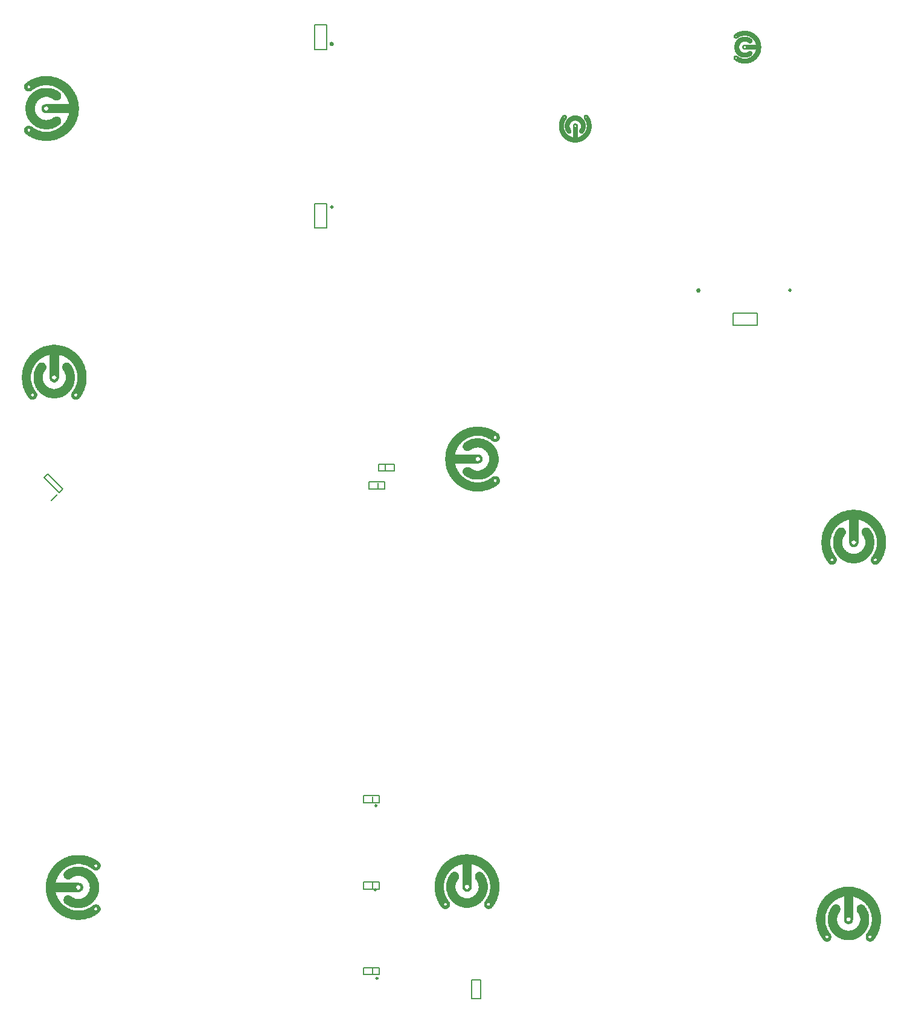
<source format=gbo>
G04 Layer_Color=32896*
%FSLAX44Y44*%
%MOMM*%
G71*
G01*
G75*
%ADD50C,0.2540*%
%ADD51C,0.2000*%
%ADD93C,0.0508*%
%ADD94C,0.0254*%
D50*
X753500Y448750D02*
G03*
X753500Y448750I-1250J0D01*
G01*
X752750Y330750D02*
G03*
X752750Y330750I-1250J0D01*
G01*
X755000Y206750D02*
G03*
X755000Y206750I-1250J0D01*
G01*
X690240Y1517404D02*
G03*
X690240Y1517404I0J-1904D01*
G01*
X690490Y1288601D02*
G03*
X690490Y1288601I0J-1601D01*
G01*
X1331399Y1170490D02*
G03*
X1331399Y1170490I1601J0D01*
G01*
X1202596Y1170240D02*
G03*
X1202596Y1170240I1904J0D01*
G01*
D51*
X765250Y918250D02*
Y927250D01*
X777750Y917250D02*
Y927250D01*
X755750D02*
X777750D01*
X755750Y917250D02*
Y927250D01*
Y917250D02*
X777750D01*
X755000Y892000D02*
Y901000D01*
X742500Y892000D02*
Y902000D01*
Y892000D02*
X764500D01*
Y902000D01*
X742500D02*
X764500D01*
X296995Y876135D02*
X305480Y884620D01*
X286919Y908132D02*
X308132Y886918D01*
X286919Y908132D02*
X291868Y913082D01*
X313081Y891868D01*
X308132Y886918D02*
X313081Y891868D01*
X735250Y222000D02*
X757250D01*
Y212000D02*
Y222000D01*
X735250Y212000D02*
X757250D01*
X735250D02*
Y222000D01*
X747750Y212000D02*
Y221000D01*
X735250Y462500D02*
X757250D01*
Y452500D02*
Y462500D01*
X735250Y452500D02*
X757250D01*
X735250D02*
Y462500D01*
X747750Y452500D02*
Y461500D01*
X735250Y342000D02*
X757250D01*
Y332000D02*
Y342000D01*
X735250Y332000D02*
X757250D01*
X735250D02*
Y342000D01*
X747750Y332000D02*
Y341000D01*
X886500Y204500D02*
X899000D01*
X886500Y178000D02*
X899000D01*
X886500D02*
Y204500D01*
X899000Y178000D02*
Y204500D01*
X683240Y1508000D02*
Y1542000D01*
X666740Y1508000D02*
Y1542000D01*
X683240Y1508000D02*
X666740D01*
X683240Y1542000D02*
X666740D01*
Y1258000D02*
Y1292000D01*
X683240Y1258000D02*
Y1292000D01*
X666740D01*
X683240Y1258000D02*
X666740D01*
X1253000Y1138240D02*
Y1121740D01*
X1287000Y1138240D02*
Y1121740D01*
X1253000D01*
X1287000Y1138240D02*
X1253000D01*
D93*
X1466704Y811860D02*
Y824052D01*
X1466196Y808812D02*
Y827100D01*
X1465688Y806272D02*
Y829132D01*
X1465180Y804748D02*
Y831164D01*
X1464672Y803224D02*
Y832688D01*
X1464164Y801700D02*
Y833704D01*
X1463656Y800176D02*
Y835228D01*
X1463148Y799160D02*
Y836244D01*
X1462640Y798144D02*
Y837260D01*
X1462132Y797128D02*
Y838276D01*
X1461624Y796112D02*
Y839292D01*
X1461116Y795096D02*
Y840308D01*
X1460608Y794080D02*
Y841324D01*
X1460100Y793572D02*
Y841832D01*
X1459592Y792556D02*
Y842848D01*
X1459084Y792048D02*
Y843356D01*
X1458576Y791032D02*
Y844372D01*
X1458068Y790524D02*
Y844880D01*
X1457560Y790016D02*
Y845388D01*
X1457052Y789000D02*
Y846404D01*
X1456544Y788492D02*
Y846912D01*
X1456036Y788492D02*
Y847420D01*
X1455528Y787984D02*
Y847928D01*
X1455020Y787476D02*
Y848436D01*
X1454512Y821512D02*
Y848944D01*
Y787476D02*
Y813892D01*
X1454004Y824560D02*
Y849452D01*
Y794588D02*
Y810844D01*
Y787476D02*
Y792048D01*
X1453496Y826592D02*
Y849960D01*
Y795096D02*
Y808812D01*
Y786968D02*
Y791540D01*
X1452988Y828116D02*
Y850468D01*
Y795604D02*
Y807288D01*
Y786968D02*
Y791032D01*
X1452480Y829640D02*
Y850976D01*
Y795604D02*
Y805764D01*
Y786968D02*
Y791032D01*
X1451972Y830656D02*
Y851484D01*
Y795604D02*
Y804748D01*
Y786968D02*
Y791032D01*
X1451464Y832180D02*
Y851992D01*
Y795604D02*
Y803732D01*
Y786968D02*
Y791032D01*
X1450956Y833196D02*
Y852500D01*
Y795096D02*
Y802716D01*
Y786968D02*
Y791032D01*
X1450448Y833704D02*
Y853008D01*
Y813892D02*
Y822020D01*
Y795096D02*
Y801700D01*
Y787476D02*
Y791540D01*
X1449940Y834720D02*
Y853008D01*
Y810844D02*
Y824560D01*
Y794080D02*
Y800684D01*
Y787476D02*
Y792048D01*
X1449432Y835736D02*
Y853516D01*
Y809320D02*
Y826592D01*
Y787476D02*
Y800176D01*
X1448924Y836244D02*
Y854024D01*
Y807796D02*
Y828116D01*
Y787984D02*
Y799160D01*
X1448416Y837260D02*
Y854532D01*
Y806272D02*
Y829132D01*
Y788492D02*
Y798652D01*
X1447908Y837768D02*
Y854532D01*
Y805256D02*
Y830148D01*
Y788492D02*
Y797636D01*
X1447400Y838276D02*
Y855040D01*
Y804240D02*
Y831164D01*
Y789508D02*
Y797128D01*
X1446892Y838784D02*
Y855548D01*
Y803224D02*
Y832180D01*
Y790016D02*
Y796620D01*
X1446384Y839800D02*
Y855548D01*
Y802716D02*
Y833196D01*
Y791032D02*
Y795096D01*
X1445876Y840308D02*
Y856056D01*
Y801700D02*
Y833704D01*
X1445368Y840816D02*
Y856564D01*
Y801192D02*
Y834720D01*
X1444860Y841324D02*
Y856564D01*
Y800176D02*
Y835228D01*
X1444352Y841832D02*
Y857072D01*
Y799668D02*
Y835736D01*
X1443844Y842340D02*
Y857072D01*
Y799160D02*
Y836752D01*
X1443336Y842340D02*
Y857580D01*
Y798652D02*
Y836752D01*
X1442828Y842848D02*
Y858088D01*
Y798144D02*
Y837260D01*
X1442320Y843356D02*
Y858088D01*
Y797636D02*
Y837768D01*
X1441812Y843864D02*
Y858596D01*
Y797128D02*
Y837768D01*
X1441304Y844372D02*
Y858596D01*
Y796620D02*
Y837768D01*
X1440796Y844372D02*
Y859104D01*
Y796112D02*
Y838276D01*
X1440288Y844880D02*
Y859104D01*
Y795604D02*
Y838276D01*
X1439780Y845388D02*
Y859104D01*
Y795096D02*
Y838276D01*
X1439272Y845388D02*
Y859612D01*
Y794588D02*
Y838276D01*
X1438764Y845896D02*
Y859612D01*
Y794588D02*
Y838276D01*
X1438256Y846404D02*
Y860120D01*
Y819480D02*
Y838276D01*
Y794080D02*
Y815924D01*
X1437748Y846404D02*
Y860120D01*
Y822020D02*
Y837768D01*
Y793572D02*
Y813384D01*
X1437240Y846912D02*
Y860120D01*
Y823544D02*
Y837768D01*
Y793572D02*
Y811860D01*
X1436732Y846912D02*
Y860628D01*
Y825068D02*
Y837768D01*
Y793064D02*
Y810844D01*
X1436224Y847420D02*
Y860628D01*
Y826084D02*
Y837260D01*
Y792556D02*
Y809828D01*
X1435716Y847420D02*
Y860628D01*
Y826592D02*
Y836752D01*
Y792556D02*
Y808812D01*
X1435208Y847928D02*
Y861136D01*
Y827608D02*
Y836752D01*
Y792048D02*
Y808304D01*
X1434700Y847928D02*
Y861136D01*
Y828116D02*
Y836244D01*
Y792048D02*
Y807796D01*
X1434192Y847928D02*
Y861136D01*
Y828624D02*
Y835228D01*
Y791540D02*
Y806780D01*
X1433684Y848436D02*
Y861644D01*
Y830148D02*
Y834212D01*
Y791540D02*
Y806272D01*
X1433176Y848436D02*
Y861644D01*
Y791032D02*
Y805764D01*
X1432668Y848944D02*
Y861644D01*
Y791032D02*
Y805256D01*
X1432160Y848944D02*
Y861644D01*
Y791032D02*
Y805256D01*
X1431652Y848944D02*
Y862152D01*
Y790524D02*
Y804748D01*
X1431144Y849452D02*
Y862152D01*
Y790524D02*
Y804240D01*
X1430636Y849452D02*
Y862152D01*
Y790524D02*
Y803732D01*
X1430128Y849452D02*
Y862152D01*
Y790016D02*
Y803732D01*
X1429620Y849452D02*
Y862152D01*
Y790016D02*
Y803224D01*
X1429112Y849960D02*
Y862660D01*
Y790016D02*
Y803224D01*
X1428604Y849960D02*
Y862660D01*
Y789508D02*
Y802716D01*
X1428096Y816940D02*
Y862660D01*
Y789508D02*
Y802716D01*
X1427588Y814908D02*
Y862660D01*
Y789508D02*
Y802208D01*
X1427080Y813892D02*
Y862660D01*
Y789508D02*
Y802208D01*
X1426572Y813384D02*
Y862660D01*
Y789508D02*
Y802208D01*
X1426064Y812876D02*
Y862660D01*
Y789508D02*
Y801700D01*
X1425556Y812368D02*
Y862660D01*
Y789000D02*
Y801700D01*
X1425048Y818972D02*
Y862660D01*
Y812368D02*
Y816940D01*
Y789000D02*
Y801700D01*
X1424540Y819480D02*
Y862660D01*
Y811860D02*
Y815924D01*
Y789000D02*
Y801700D01*
X1424032Y820496D02*
Y863168D01*
Y811860D02*
Y815416D01*
Y789000D02*
Y801700D01*
X1423524Y820496D02*
Y863168D01*
Y811860D02*
Y814908D01*
Y789000D02*
Y801700D01*
X1423016Y821004D02*
Y863168D01*
Y811352D02*
Y814400D01*
Y789000D02*
Y801192D01*
X1422508Y821004D02*
Y863168D01*
Y811352D02*
Y814400D01*
Y789000D02*
Y801192D01*
X1422000Y821004D02*
Y863168D01*
Y811352D02*
Y814400D01*
Y789000D02*
Y801192D01*
X1421492Y821004D02*
Y863168D01*
Y811352D02*
Y814400D01*
Y789000D02*
Y801192D01*
X1420984Y821004D02*
Y863168D01*
Y811352D02*
Y814400D01*
Y789000D02*
Y801192D01*
X1420476Y820496D02*
Y863168D01*
Y811352D02*
Y814908D01*
Y789000D02*
Y801192D01*
X1419968Y820496D02*
Y863168D01*
Y811860D02*
Y814908D01*
Y789000D02*
Y801700D01*
X1419460Y819988D02*
Y863168D01*
Y811860D02*
Y815416D01*
Y789000D02*
Y801700D01*
X1418952Y819480D02*
Y862660D01*
Y812368D02*
Y816432D01*
Y789000D02*
Y801700D01*
X1418444Y812368D02*
Y862660D01*
Y789000D02*
Y801700D01*
X1417936Y812876D02*
Y862660D01*
Y789000D02*
Y801700D01*
X1417428Y813384D02*
Y862660D01*
Y789508D02*
Y802208D01*
X1416920Y813892D02*
Y862660D01*
Y789508D02*
Y802208D01*
X1416412Y814908D02*
Y862660D01*
Y789508D02*
Y802208D01*
X1415904Y816432D02*
Y862660D01*
Y789508D02*
Y802716D01*
X1415396Y849960D02*
Y862660D01*
Y789508D02*
Y802716D01*
X1414888Y849960D02*
Y862660D01*
Y790016D02*
Y802716D01*
X1414380Y849960D02*
Y862152D01*
Y790016D02*
Y803224D01*
X1413872Y849452D02*
Y862152D01*
Y790016D02*
Y803732D01*
X1413364Y849452D02*
Y862152D01*
Y790016D02*
Y803732D01*
X1412856Y849452D02*
Y862152D01*
Y790524D02*
Y804240D01*
X1412348Y848944D02*
Y862152D01*
Y790524D02*
Y804240D01*
X1411840Y848944D02*
Y861644D01*
Y790524D02*
Y804748D01*
X1411332Y848944D02*
Y861644D01*
Y791032D02*
Y805256D01*
X1410824Y848436D02*
Y861644D01*
Y791032D02*
Y805764D01*
X1410316Y848436D02*
Y861644D01*
Y830656D02*
Y833704D01*
Y791540D02*
Y806272D01*
X1409808Y848436D02*
Y861136D01*
Y829132D02*
Y834720D01*
Y791540D02*
Y806780D01*
X1409300Y847928D02*
Y861136D01*
Y828624D02*
Y835736D01*
Y792048D02*
Y807288D01*
X1408792Y847928D02*
Y861136D01*
Y827608D02*
Y836244D01*
Y792048D02*
Y807796D01*
X1408284Y847420D02*
Y861136D01*
Y827100D02*
Y836752D01*
Y792556D02*
Y808812D01*
X1407776Y847420D02*
Y860628D01*
Y826084D02*
Y837260D01*
Y792556D02*
Y809320D01*
X1407268Y846912D02*
Y860628D01*
Y825068D02*
Y837768D01*
Y793064D02*
Y810336D01*
X1406760Y846912D02*
Y860628D01*
Y824052D02*
Y837768D01*
Y793064D02*
Y811352D01*
X1406252Y846404D02*
Y860120D01*
Y823036D02*
Y837768D01*
Y793572D02*
Y812876D01*
X1405744Y846404D02*
Y860120D01*
Y821004D02*
Y838276D01*
Y794080D02*
Y814908D01*
X1405236Y845896D02*
Y859612D01*
Y794080D02*
Y838276D01*
X1404728Y845896D02*
Y859612D01*
Y794588D02*
Y838276D01*
X1404220Y845388D02*
Y859612D01*
Y795096D02*
Y838276D01*
X1403712Y844880D02*
Y859104D01*
Y795604D02*
Y838276D01*
X1403204Y844880D02*
Y859104D01*
Y795604D02*
Y838276D01*
X1402696Y844372D02*
Y858596D01*
Y796112D02*
Y838276D01*
X1402188Y843864D02*
Y858596D01*
Y796620D02*
Y837768D01*
X1401680Y843356D02*
Y858088D01*
Y797128D02*
Y837768D01*
X1401172Y843356D02*
Y858088D01*
Y797636D02*
Y837260D01*
X1400664Y842848D02*
Y857580D01*
Y798144D02*
Y837260D01*
X1400156Y842340D02*
Y857580D01*
Y798652D02*
Y836752D01*
X1399648Y841832D02*
Y857072D01*
Y799668D02*
Y836244D01*
X1399140Y841324D02*
Y857072D01*
Y800176D02*
Y835736D01*
X1398632Y840816D02*
Y856564D01*
Y800684D02*
Y834720D01*
X1398124Y840308D02*
Y856056D01*
Y801192D02*
Y834212D01*
X1397616Y839800D02*
Y856056D01*
Y802208D02*
Y833704D01*
Y792048D02*
Y794588D01*
X1397108Y839292D02*
Y855548D01*
Y803224D02*
Y832688D01*
Y790524D02*
Y796112D01*
X1396600Y838784D02*
Y855040D01*
Y803732D02*
Y831672D01*
Y789508D02*
Y796620D01*
X1396092Y837768D02*
Y855040D01*
Y804748D02*
Y830656D01*
Y789000D02*
Y797636D01*
X1395584Y837260D02*
Y854532D01*
Y805764D02*
Y829640D01*
Y788492D02*
Y798144D01*
X1395076Y836752D02*
Y854024D01*
Y807288D02*
Y828624D01*
Y787984D02*
Y798652D01*
X1394568Y835736D02*
Y854024D01*
Y808304D02*
Y827100D01*
Y787984D02*
Y799668D01*
X1394060Y835228D02*
Y853516D01*
Y810336D02*
Y825576D01*
Y787476D02*
Y800176D01*
X1393552Y834212D02*
Y853008D01*
Y812368D02*
Y823036D01*
Y794588D02*
Y801192D01*
Y787476D02*
Y792048D01*
X1393044Y833196D02*
Y852500D01*
Y795096D02*
Y802208D01*
Y786968D02*
Y791540D01*
X1392536Y832180D02*
Y851992D01*
Y795604D02*
Y803224D01*
Y786968D02*
Y791032D01*
X1392028Y831164D02*
Y851484D01*
Y795604D02*
Y804240D01*
Y786968D02*
Y791032D01*
X1391520Y830148D02*
Y851484D01*
Y795604D02*
Y805256D01*
Y786968D02*
Y791032D01*
X1391012Y829132D02*
Y850976D01*
Y795604D02*
Y806780D01*
Y786968D02*
Y791032D01*
X1390504Y827608D02*
Y850468D01*
Y795096D02*
Y808304D01*
Y786968D02*
Y791032D01*
X1389996Y825576D02*
Y849960D01*
Y795096D02*
Y809828D01*
Y786968D02*
Y791540D01*
X1389488Y823036D02*
Y849452D01*
Y794080D02*
Y812368D01*
Y787476D02*
Y792048D01*
X1388980Y787476D02*
Y848944D01*
X1388472Y787984D02*
Y848436D01*
X1387964Y787984D02*
Y847928D01*
X1387456Y788492D02*
Y846912D01*
X1386948Y789000D02*
Y846404D01*
X1386440Y789508D02*
Y845896D01*
X1385932Y790524D02*
Y845388D01*
X1385424Y791032D02*
Y844372D01*
X1384916Y791540D02*
Y843864D01*
X1384408Y792556D02*
Y843356D01*
X1383900Y793064D02*
Y842340D01*
X1383392Y794080D02*
Y841324D01*
X1382884Y794588D02*
Y840816D01*
X1382376Y795604D02*
Y839800D01*
X1381868Y796620D02*
Y838784D01*
X1381360Y797636D02*
Y837768D01*
X1380852Y798652D02*
Y836752D01*
X1380344Y799668D02*
Y835736D01*
X1379836Y801192D02*
Y834212D01*
X1379328Y802208D02*
Y833196D01*
X1378820Y803732D02*
Y831672D01*
X1378312Y805764D02*
Y830148D01*
X1377804Y807796D02*
Y828116D01*
X1377296Y810336D02*
Y825068D01*
X1376788Y814400D02*
Y821004D01*
X1459308Y283900D02*
Y296092D01*
X1458800Y280852D02*
Y299140D01*
X1458292Y278312D02*
Y301172D01*
X1457784Y276788D02*
Y303204D01*
X1457276Y275264D02*
Y304728D01*
X1456768Y273740D02*
Y305744D01*
X1456260Y272216D02*
Y307268D01*
X1455752Y271200D02*
Y308284D01*
X1455244Y270184D02*
Y309300D01*
X1454736Y269168D02*
Y310316D01*
X1454228Y268152D02*
Y311332D01*
X1453720Y267136D02*
Y312348D01*
X1453212Y266120D02*
Y313364D01*
X1452704Y265612D02*
Y313872D01*
X1452196Y264596D02*
Y314888D01*
X1451688Y264088D02*
Y315396D01*
X1451180Y263072D02*
Y316412D01*
X1450672Y262564D02*
Y316920D01*
X1450164Y262056D02*
Y317428D01*
X1449656Y261040D02*
Y318444D01*
X1449148Y260532D02*
Y318952D01*
X1448640Y260532D02*
Y319460D01*
X1448132Y260024D02*
Y319968D01*
X1447624Y259516D02*
Y320476D01*
X1447116Y293552D02*
Y320984D01*
Y259516D02*
Y285932D01*
X1446608Y296600D02*
Y321492D01*
Y266628D02*
Y282884D01*
Y259516D02*
Y264088D01*
X1446100Y298632D02*
Y322000D01*
Y267136D02*
Y280852D01*
Y259008D02*
Y263580D01*
X1445592Y300156D02*
Y322508D01*
Y267644D02*
Y279328D01*
Y259008D02*
Y263072D01*
X1445084Y301680D02*
Y323016D01*
Y267644D02*
Y277804D01*
Y259008D02*
Y263072D01*
X1444576Y302696D02*
Y323524D01*
Y267644D02*
Y276788D01*
Y259008D02*
Y263072D01*
X1444068Y304220D02*
Y324032D01*
Y267644D02*
Y275772D01*
Y259008D02*
Y263072D01*
X1443560Y305236D02*
Y324540D01*
Y267136D02*
Y274756D01*
Y259008D02*
Y263072D01*
X1443052Y305744D02*
Y325048D01*
Y285932D02*
Y294060D01*
Y267136D02*
Y273740D01*
Y259516D02*
Y263580D01*
X1442544Y306760D02*
Y325048D01*
Y282884D02*
Y296600D01*
Y266120D02*
Y272724D01*
Y259516D02*
Y264088D01*
X1442036Y307776D02*
Y325556D01*
Y281360D02*
Y298632D01*
Y259516D02*
Y272216D01*
X1441528Y308284D02*
Y326064D01*
Y279836D02*
Y300156D01*
Y260024D02*
Y271200D01*
X1441020Y309300D02*
Y326572D01*
Y278312D02*
Y301172D01*
Y260532D02*
Y270692D01*
X1440512Y309808D02*
Y326572D01*
Y277296D02*
Y302188D01*
Y260532D02*
Y269676D01*
X1440004Y310316D02*
Y327080D01*
Y276280D02*
Y303204D01*
Y261548D02*
Y269168D01*
X1439496Y310824D02*
Y327588D01*
Y275264D02*
Y304220D01*
Y262056D02*
Y268660D01*
X1438988Y311840D02*
Y327588D01*
Y274756D02*
Y305236D01*
Y263072D02*
Y267136D01*
X1438480Y312348D02*
Y328096D01*
Y273740D02*
Y305744D01*
X1437972Y312856D02*
Y328604D01*
Y273232D02*
Y306760D01*
X1437464Y313364D02*
Y328604D01*
Y272216D02*
Y307268D01*
X1436956Y313872D02*
Y329112D01*
Y271708D02*
Y307776D01*
X1436448Y314380D02*
Y329112D01*
Y271200D02*
Y308792D01*
X1435940Y314380D02*
Y329620D01*
Y270692D02*
Y308792D01*
X1435432Y314888D02*
Y330128D01*
Y270184D02*
Y309300D01*
X1434924Y315396D02*
Y330128D01*
Y269676D02*
Y309808D01*
X1434416Y315904D02*
Y330636D01*
Y269168D02*
Y309808D01*
X1433908Y316412D02*
Y330636D01*
Y268660D02*
Y309808D01*
X1433400Y316412D02*
Y331144D01*
Y268152D02*
Y310316D01*
X1432892Y316920D02*
Y331144D01*
Y267644D02*
Y310316D01*
X1432384Y317428D02*
Y331144D01*
Y267136D02*
Y310316D01*
X1431876Y317428D02*
Y331652D01*
Y266628D02*
Y310316D01*
X1431368Y317936D02*
Y331652D01*
Y266628D02*
Y310316D01*
X1430860Y318444D02*
Y332160D01*
Y291520D02*
Y310316D01*
Y266120D02*
Y287964D01*
X1430352Y318444D02*
Y332160D01*
Y294060D02*
Y309808D01*
Y265612D02*
Y285424D01*
X1429844Y318952D02*
Y332160D01*
Y295584D02*
Y309808D01*
Y265612D02*
Y283900D01*
X1429336Y318952D02*
Y332668D01*
Y297108D02*
Y309808D01*
Y265104D02*
Y282884D01*
X1428828Y319460D02*
Y332668D01*
Y298124D02*
Y309300D01*
Y264596D02*
Y281868D01*
X1428320Y319460D02*
Y332668D01*
Y298632D02*
Y308792D01*
Y264596D02*
Y280852D01*
X1427812Y319968D02*
Y333176D01*
Y299648D02*
Y308792D01*
Y264088D02*
Y280344D01*
X1427304Y319968D02*
Y333176D01*
Y300156D02*
Y308284D01*
Y264088D02*
Y279836D01*
X1426796Y319968D02*
Y333176D01*
Y300664D02*
Y307268D01*
Y263580D02*
Y278820D01*
X1426288Y320476D02*
Y333684D01*
Y302188D02*
Y306252D01*
Y263580D02*
Y278312D01*
X1425780Y320476D02*
Y333684D01*
Y263072D02*
Y277804D01*
X1425272Y320984D02*
Y333684D01*
Y263072D02*
Y277296D01*
X1424764Y320984D02*
Y333684D01*
Y263072D02*
Y277296D01*
X1424256Y320984D02*
Y334192D01*
Y262564D02*
Y276788D01*
X1423748Y321492D02*
Y334192D01*
Y262564D02*
Y276280D01*
X1423240Y321492D02*
Y334192D01*
Y262564D02*
Y275772D01*
X1422732Y321492D02*
Y334192D01*
Y262056D02*
Y275772D01*
X1422224Y321492D02*
Y334192D01*
Y262056D02*
Y275264D01*
X1421716Y322000D02*
Y334700D01*
Y262056D02*
Y275264D01*
X1421208Y322000D02*
Y334700D01*
Y261548D02*
Y274756D01*
X1420700Y288980D02*
Y334700D01*
Y261548D02*
Y274756D01*
X1420192Y286948D02*
Y334700D01*
Y261548D02*
Y274248D01*
X1419684Y285932D02*
Y334700D01*
Y261548D02*
Y274248D01*
X1419176Y285424D02*
Y334700D01*
Y261548D02*
Y274248D01*
X1418668Y284916D02*
Y334700D01*
Y261548D02*
Y273740D01*
X1418160Y284408D02*
Y334700D01*
Y261040D02*
Y273740D01*
X1417652Y291012D02*
Y334700D01*
Y284408D02*
Y288980D01*
Y261040D02*
Y273740D01*
X1417144Y291520D02*
Y334700D01*
Y283900D02*
Y287964D01*
Y261040D02*
Y273740D01*
X1416636Y292536D02*
Y335208D01*
Y283900D02*
Y287456D01*
Y261040D02*
Y273740D01*
X1416128Y292536D02*
Y335208D01*
Y283900D02*
Y286948D01*
Y261040D02*
Y273740D01*
X1415620Y293044D02*
Y335208D01*
Y283392D02*
Y286440D01*
Y261040D02*
Y273232D01*
X1415112Y293044D02*
Y335208D01*
Y283392D02*
Y286440D01*
Y261040D02*
Y273232D01*
X1414604Y293044D02*
Y335208D01*
Y283392D02*
Y286440D01*
Y261040D02*
Y273232D01*
X1414096Y293044D02*
Y335208D01*
Y283392D02*
Y286440D01*
Y261040D02*
Y273232D01*
X1413588Y293044D02*
Y335208D01*
Y283392D02*
Y286440D01*
Y261040D02*
Y273232D01*
X1413080Y292536D02*
Y335208D01*
Y283392D02*
Y286948D01*
Y261040D02*
Y273232D01*
X1412572Y292536D02*
Y335208D01*
Y283900D02*
Y286948D01*
Y261040D02*
Y273740D01*
X1412064Y292028D02*
Y335208D01*
Y283900D02*
Y287456D01*
Y261040D02*
Y273740D01*
X1411556Y291520D02*
Y334700D01*
Y284408D02*
Y288472D01*
Y261040D02*
Y273740D01*
X1411048Y284408D02*
Y334700D01*
Y261040D02*
Y273740D01*
X1410540Y284916D02*
Y334700D01*
Y261040D02*
Y273740D01*
X1410032Y285424D02*
Y334700D01*
Y261548D02*
Y274248D01*
X1409524Y285932D02*
Y334700D01*
Y261548D02*
Y274248D01*
X1409016Y286948D02*
Y334700D01*
Y261548D02*
Y274248D01*
X1408508Y288472D02*
Y334700D01*
Y261548D02*
Y274756D01*
X1408000Y322000D02*
Y334700D01*
Y261548D02*
Y274756D01*
X1407492Y322000D02*
Y334700D01*
Y262056D02*
Y274756D01*
X1406984Y322000D02*
Y334192D01*
Y262056D02*
Y275264D01*
X1406476Y321492D02*
Y334192D01*
Y262056D02*
Y275772D01*
X1405968Y321492D02*
Y334192D01*
Y262056D02*
Y275772D01*
X1405460Y321492D02*
Y334192D01*
Y262564D02*
Y276280D01*
X1404952Y320984D02*
Y334192D01*
Y262564D02*
Y276280D01*
X1404444Y320984D02*
Y333684D01*
Y262564D02*
Y276788D01*
X1403936Y320984D02*
Y333684D01*
Y263072D02*
Y277296D01*
X1403428Y320476D02*
Y333684D01*
Y263072D02*
Y277804D01*
X1402920Y320476D02*
Y333684D01*
Y302696D02*
Y305744D01*
Y263580D02*
Y278312D01*
X1402412Y320476D02*
Y333176D01*
Y301172D02*
Y306760D01*
Y263580D02*
Y278820D01*
X1401904Y319968D02*
Y333176D01*
Y300664D02*
Y307776D01*
Y264088D02*
Y279328D01*
X1401396Y319968D02*
Y333176D01*
Y299648D02*
Y308284D01*
Y264088D02*
Y279836D01*
X1400888Y319460D02*
Y333176D01*
Y299140D02*
Y308792D01*
Y264596D02*
Y280852D01*
X1400380Y319460D02*
Y332668D01*
Y298124D02*
Y309300D01*
Y264596D02*
Y281360D01*
X1399872Y318952D02*
Y332668D01*
Y297108D02*
Y309808D01*
Y265104D02*
Y282376D01*
X1399364Y318952D02*
Y332668D01*
Y296092D02*
Y309808D01*
Y265104D02*
Y283392D01*
X1398856Y318444D02*
Y332160D01*
Y295076D02*
Y309808D01*
Y265612D02*
Y284916D01*
X1398348Y318444D02*
Y332160D01*
Y293044D02*
Y310316D01*
Y266120D02*
Y286948D01*
X1397840Y317936D02*
Y331652D01*
Y266120D02*
Y310316D01*
X1397332Y317936D02*
Y331652D01*
Y266628D02*
Y310316D01*
X1396824Y317428D02*
Y331652D01*
Y267136D02*
Y310316D01*
X1396316Y316920D02*
Y331144D01*
Y267644D02*
Y310316D01*
X1395808Y316920D02*
Y331144D01*
Y267644D02*
Y310316D01*
X1395300Y316412D02*
Y330636D01*
Y268152D02*
Y310316D01*
X1394792Y315904D02*
Y330636D01*
Y268660D02*
Y309808D01*
X1394284Y315396D02*
Y330128D01*
Y269168D02*
Y309808D01*
X1393776Y315396D02*
Y330128D01*
Y269676D02*
Y309300D01*
X1393268Y314888D02*
Y329620D01*
Y270184D02*
Y309300D01*
X1392760Y314380D02*
Y329620D01*
Y270692D02*
Y308792D01*
X1392252Y313872D02*
Y329112D01*
Y271708D02*
Y308284D01*
X1391744Y313364D02*
Y329112D01*
Y272216D02*
Y307776D01*
X1391236Y312856D02*
Y328604D01*
Y272724D02*
Y306760D01*
X1390728Y312348D02*
Y328096D01*
Y273232D02*
Y306252D01*
X1390220Y311840D02*
Y328096D01*
Y274248D02*
Y305744D01*
Y264088D02*
Y266628D01*
X1389712Y311332D02*
Y327588D01*
Y275264D02*
Y304728D01*
Y262564D02*
Y268152D01*
X1389204Y310824D02*
Y327080D01*
Y275772D02*
Y303712D01*
Y261548D02*
Y268660D01*
X1388696Y309808D02*
Y327080D01*
Y276788D02*
Y302696D01*
Y261040D02*
Y269676D01*
X1388188Y309300D02*
Y326572D01*
Y277804D02*
Y301680D01*
Y260532D02*
Y270184D01*
X1387680Y308792D02*
Y326064D01*
Y279328D02*
Y300664D01*
Y260024D02*
Y270692D01*
X1387172Y307776D02*
Y326064D01*
Y280344D02*
Y299140D01*
Y260024D02*
Y271708D01*
X1386664Y307268D02*
Y325556D01*
Y282376D02*
Y297616D01*
Y259516D02*
Y272216D01*
X1386156Y306252D02*
Y325048D01*
Y284408D02*
Y295076D01*
Y266628D02*
Y273232D01*
Y259516D02*
Y264088D01*
X1385648Y305236D02*
Y324540D01*
Y267136D02*
Y274248D01*
Y259008D02*
Y263580D01*
X1385140Y304220D02*
Y324032D01*
Y267644D02*
Y275264D01*
Y259008D02*
Y263072D01*
X1384632Y303204D02*
Y323524D01*
Y267644D02*
Y276280D01*
Y259008D02*
Y263072D01*
X1384124Y302188D02*
Y323524D01*
Y267644D02*
Y277296D01*
Y259008D02*
Y263072D01*
X1383616Y301172D02*
Y323016D01*
Y267644D02*
Y278820D01*
Y259008D02*
Y263072D01*
X1383108Y299648D02*
Y322508D01*
Y267136D02*
Y280344D01*
Y259008D02*
Y263072D01*
X1382600Y297616D02*
Y322000D01*
Y267136D02*
Y281868D01*
Y259008D02*
Y263580D01*
X1382092Y295076D02*
Y321492D01*
Y266120D02*
Y284408D01*
Y259516D02*
Y264088D01*
X1381584Y259516D02*
Y320984D01*
X1381076Y260024D02*
Y320476D01*
X1380568Y260024D02*
Y319968D01*
X1380060Y260532D02*
Y318952D01*
X1379552Y261040D02*
Y318444D01*
X1379044Y261548D02*
Y317936D01*
X1378536Y262564D02*
Y317428D01*
X1378028Y263072D02*
Y316412D01*
X1377520Y263580D02*
Y315904D01*
X1377012Y264596D02*
Y315396D01*
X1376504Y265104D02*
Y314380D01*
X1375996Y266120D02*
Y313364D01*
X1375488Y266628D02*
Y312856D01*
X1374980Y267644D02*
Y311840D01*
X1374472Y268660D02*
Y310824D01*
X1373964Y269676D02*
Y309808D01*
X1373456Y270692D02*
Y308792D01*
X1372948Y271708D02*
Y307776D01*
X1372440Y273232D02*
Y306252D01*
X1371932Y274248D02*
Y305236D01*
X1371424Y275772D02*
Y303712D01*
X1370916Y277804D02*
Y302188D01*
X1370408Y279836D02*
Y300156D01*
X1369900Y282376D02*
Y297108D01*
X1369392Y286440D02*
Y293044D01*
X891444Y889484D02*
X898048D01*
X887380Y889992D02*
X902112D01*
X884332Y890500D02*
X904652D01*
X882300Y891008D02*
X906684D01*
X880776Y891516D02*
X908716D01*
X879252Y892024D02*
X910240D01*
X878236Y892532D02*
X911256D01*
X876712Y893040D02*
X912780D01*
X875696Y893548D02*
X913796D01*
X874680Y894056D02*
X914812D01*
X873664Y894564D02*
X915828D01*
X872648Y895072D02*
X916844D01*
X871632Y895580D02*
X917860D01*
X871124Y896088D02*
X918368D01*
X870108Y896596D02*
X919384D01*
X869092Y897104D02*
X919892D01*
X868584Y897612D02*
X920908D01*
X868076Y898120D02*
X921416D01*
X867060Y898628D02*
X921924D01*
X866552Y899136D02*
X922940D01*
X866044Y899644D02*
X923448D01*
X865536Y900152D02*
X923956D01*
X864520Y900660D02*
X924464D01*
X864012Y901168D02*
X924464D01*
X863504Y901676D02*
X924972D01*
X920400Y902184D02*
X924972D01*
X900080D02*
X918368D01*
X862996D02*
X889412D01*
X920908Y902692D02*
X925480D01*
X902620D02*
X917352D01*
X862488D02*
X886872D01*
X921416Y903200D02*
X925480D01*
X904144D02*
X917352D01*
X861980D02*
X884840D01*
X921416Y903708D02*
X925480D01*
X905668D02*
X916844D01*
X861472D02*
X883316D01*
X921416Y904216D02*
X925480D01*
X907192D02*
X916844D01*
X860964D02*
X882300D01*
X921416Y904724D02*
X925480D01*
X908208D02*
X916844D01*
X860964D02*
X881284D01*
X921416Y905232D02*
X925480D01*
X909224D02*
X916844D01*
X860456D02*
X880268D01*
X920908Y905740D02*
X925480D01*
X910240D02*
X917352D01*
X859948D02*
X879252D01*
X920400Y906248D02*
X924972D01*
X911256D02*
X917860D01*
X889412D02*
X900080D01*
X859440D02*
X878236D01*
X912272Y906756D02*
X924972D01*
X886872D02*
X902112D01*
X858932D02*
X877220D01*
X912780Y907264D02*
X924464D01*
X885348D02*
X904144D01*
X858424D02*
X876712D01*
X913796Y907772D02*
X924464D01*
X883824D02*
X905160D01*
X858424D02*
X875696D01*
X914304Y908280D02*
X923956D01*
X882808D02*
X906684D01*
X857916D02*
X875188D01*
X914812Y908788D02*
X923448D01*
X881792D02*
X907700D01*
X857408D02*
X874680D01*
X915828Y909296D02*
X922940D01*
X880776D02*
X908716D01*
X857408D02*
X873664D01*
X916336Y909804D02*
X921924D01*
X879760D02*
X909224D01*
X856900D02*
X873156D01*
X917860Y910312D02*
X920400D01*
X878744D02*
X910240D01*
X856392D02*
X872648D01*
X878236Y910820D02*
X911256D01*
X856392D02*
X872140D01*
X877728Y911328D02*
X911764D01*
X855884D02*
X871632D01*
X876712Y911836D02*
X912272D01*
X855376D02*
X871124D01*
X876204Y912344D02*
X912780D01*
X855376D02*
X870616D01*
X875696Y912852D02*
X913796D01*
X854868D02*
X870108D01*
X875188Y913360D02*
X914304D01*
X854868D02*
X869600D01*
X875188Y913868D02*
X914812D01*
X854360D02*
X869092D01*
X874680Y914376D02*
X915320D01*
X854360D02*
X869092D01*
X874680Y914884D02*
X915828D01*
X853852D02*
X868584D01*
X874172Y915392D02*
X916336D01*
X853852D02*
X868076D01*
X874172Y915900D02*
X916844D01*
X853344D02*
X867568D01*
X874172Y916408D02*
X916844D01*
X853344D02*
X867568D01*
X874172Y916916D02*
X917352D01*
X852836D02*
X867060D01*
X874172Y917424D02*
X917860D01*
X852836D02*
X866552D01*
X874172Y917932D02*
X918368D01*
X852836D02*
X866552D01*
X897540Y918440D02*
X918368D01*
X874172D02*
X891444D01*
X852328D02*
X866044D01*
X899572Y918948D02*
X918876D01*
X874680D02*
X889412D01*
X852328D02*
X866044D01*
X901096Y919456D02*
X919384D01*
X874680D02*
X888396D01*
X851820D02*
X865536D01*
X902112Y919964D02*
X919384D01*
X874680D02*
X887380D01*
X851820D02*
X865536D01*
X903128Y920472D02*
X919892D01*
X875188D02*
X886364D01*
X851820D02*
X865028D01*
X903636Y920980D02*
X919892D01*
X875696D02*
X885348D01*
X851312D02*
X865028D01*
X904652Y921488D02*
X920400D01*
X876204D02*
X884840D01*
X851312D02*
X864520D01*
X905160Y921996D02*
X920400D01*
X876712D02*
X883824D01*
X851312D02*
X864520D01*
X905668Y922504D02*
X920908D01*
X877728D02*
X883316D01*
X851312D02*
X864012D01*
X906176Y923012D02*
X920908D01*
X878744D02*
X881792D01*
X850804D02*
X864012D01*
X906684Y923520D02*
X921416D01*
X850804D02*
X864012D01*
X907192Y924028D02*
X921416D01*
X850804D02*
X863504D01*
X907700Y924536D02*
X921924D01*
X850804D02*
X863504D01*
X908208Y925044D02*
X921924D01*
X850296D02*
X863504D01*
X908208Y925552D02*
X921924D01*
X850296D02*
X862996D01*
X908716Y926060D02*
X922432D01*
X850296D02*
X862996D01*
X908716Y926568D02*
X922432D01*
X850296D02*
X862996D01*
X909224Y927076D02*
X922432D01*
X850296D02*
X862488D01*
X909732Y927584D02*
X922432D01*
X849788D02*
X862488D01*
X909732Y928092D02*
X922940D01*
X849788D02*
X862488D01*
X909732Y928600D02*
X922940D01*
X849788D02*
X896016D01*
X910240Y929108D02*
X922940D01*
X849788D02*
X897540D01*
X910240Y929616D02*
X922940D01*
X849788D02*
X898556D01*
X910240Y930124D02*
X922940D01*
X849788D02*
X899064D01*
X910748Y930632D02*
X923448D01*
X849788D02*
X899572D01*
X910748Y931140D02*
X923448D01*
X849788D02*
X900080D01*
X910748Y931648D02*
X923448D01*
X896016D02*
X900080D01*
X849788D02*
X892968D01*
X910748Y932156D02*
X923448D01*
X897032D02*
X900588D01*
X849280D02*
X892460D01*
X910748Y932664D02*
X923448D01*
X897540D02*
X900588D01*
X849280D02*
X891952D01*
X911256Y933172D02*
X923448D01*
X897540D02*
X901096D01*
X849280D02*
X891952D01*
X911256Y933680D02*
X923448D01*
X898048D02*
X901096D01*
X849280D02*
X891444D01*
X911256Y934188D02*
X923448D01*
X898048D02*
X901096D01*
X849280D02*
X891444D01*
X911256Y934696D02*
X923448D01*
X898048D02*
X901096D01*
X849280D02*
X891444D01*
X911256Y935204D02*
X923448D01*
X898048D02*
X901096D01*
X849280D02*
X891444D01*
X911256Y935712D02*
X923448D01*
X898048D02*
X901096D01*
X849280D02*
X891444D01*
X910748Y936220D02*
X923448D01*
X897540D02*
X900588D01*
X849280D02*
X891952D01*
X910748Y936728D02*
X923448D01*
X897032D02*
X900588D01*
X849280D02*
X891952D01*
X910748Y937236D02*
X923448D01*
X896524D02*
X900588D01*
X849788D02*
X892968D01*
X910748Y937744D02*
X923448D01*
X895508D02*
X900080D01*
X849788D02*
X893476D01*
X910748Y938252D02*
X923448D01*
X849788D02*
X900080D01*
X910748Y938760D02*
X922940D01*
X849788D02*
X899572D01*
X910240Y939268D02*
X922940D01*
X849788D02*
X899064D01*
X910240Y939776D02*
X922940D01*
X849788D02*
X898556D01*
X910240Y940284D02*
X922940D01*
X849788D02*
X897540D01*
X909732Y940792D02*
X922940D01*
X849788D02*
X895508D01*
X909732Y941300D02*
X922940D01*
X849788D02*
X862488D01*
X909224Y941808D02*
X922432D01*
X849788D02*
X862488D01*
X909224Y942316D02*
X922432D01*
X850296D02*
X862996D01*
X908716Y942824D02*
X922432D01*
X850296D02*
X862996D01*
X908716Y943332D02*
X921924D01*
X850296D02*
X862996D01*
X908208Y943840D02*
X921924D01*
X850296D02*
X862996D01*
X907700Y944348D02*
X921924D01*
X850296D02*
X863504D01*
X907192Y944856D02*
X921416D01*
X850804D02*
X863504D01*
X907192Y945364D02*
X921416D01*
X850804D02*
X863504D01*
X906684Y945872D02*
X921416D01*
X850804D02*
X864012D01*
X906176Y946380D02*
X920908D01*
X878236D02*
X882300D01*
X850804D02*
X864012D01*
X905668Y946888D02*
X920908D01*
X877220D02*
X883824D01*
X851312D02*
X864520D01*
X904652Y947396D02*
X920400D01*
X876204D02*
X884332D01*
X851312D02*
X864520D01*
X904144Y947904D02*
X920400D01*
X875696D02*
X884840D01*
X851312D02*
X864520D01*
X903636Y948412D02*
X919892D01*
X875696D02*
X885856D01*
X851820D02*
X865028D01*
X902620Y948920D02*
X919892D01*
X875188D02*
X886364D01*
X851820D02*
X865028D01*
X901604Y949428D02*
X919384D01*
X874680D02*
X887380D01*
X851820D02*
X865536D01*
X900588Y949936D02*
X918876D01*
X874680D02*
X888904D01*
X852328D02*
X865536D01*
X899064Y950444D02*
X918876D01*
X874680D02*
X890428D01*
X852328D02*
X866044D01*
X896524Y950952D02*
X918368D01*
X874172D02*
X892968D01*
X852328D02*
X866044D01*
X874172Y951460D02*
X917860D01*
X852836D02*
X866552D01*
X874172Y951968D02*
X917860D01*
X852836D02*
X867060D01*
X874172Y952476D02*
X917352D01*
X853344D02*
X867060D01*
X874172Y952984D02*
X916844D01*
X853344D02*
X867568D01*
X874172Y953492D02*
X916336D01*
X853344D02*
X868076D01*
X874680Y954000D02*
X915828D01*
X853852D02*
X868076D01*
X874680Y954508D02*
X915320D01*
X853852D02*
X868584D01*
X874680Y955016D02*
X914812D01*
X854360D02*
X869092D01*
X875188Y955524D02*
X914304D01*
X854360D02*
X869600D01*
X875696Y956032D02*
X913796D01*
X854868D02*
X870108D01*
X875696Y956540D02*
X913288D01*
X855376D02*
X870108D01*
X876712Y957048D02*
X912780D01*
X855376D02*
X870616D01*
X877220Y957556D02*
X912272D01*
X855884D02*
X871124D01*
X877728Y958064D02*
X911256D01*
X855884D02*
X871632D01*
X878744Y958572D02*
X910748D01*
X856392D02*
X872140D01*
X917352Y959080D02*
X921416D01*
X879252D02*
X909732D01*
X856900D02*
X872648D01*
X915828Y959588D02*
X922432D01*
X880268D02*
X909224D01*
X856900D02*
X873664D01*
X915320Y960096D02*
X922940D01*
X881284D02*
X908208D01*
X857408D02*
X874172D01*
X914812Y960604D02*
X923956D01*
X882300D02*
X907192D01*
X857916D02*
X874680D01*
X913796Y961112D02*
X923956D01*
X883316D02*
X906176D01*
X857916D02*
X875188D01*
X913288Y961620D02*
X924464D01*
X884332D02*
X904652D01*
X858424D02*
X876204D01*
X912272Y962128D02*
X924972D01*
X885856D02*
X903128D01*
X858932D02*
X876712D01*
X920400Y962636D02*
X924972D01*
X911764D02*
X918368D01*
X887888D02*
X901604D01*
X859440D02*
X877728D01*
X920908Y963144D02*
X924972D01*
X910748D02*
X917352D01*
X890428D02*
X898556D01*
X859440D02*
X878744D01*
X921416Y963652D02*
X925480D01*
X909732D02*
X917352D01*
X859948D02*
X879252D01*
X921416Y964160D02*
X925480D01*
X908716D02*
X916844D01*
X860456D02*
X880268D01*
X921416Y964668D02*
X925480D01*
X907700D02*
X916844D01*
X860964D02*
X881792D01*
X921416Y965176D02*
X925480D01*
X906684D02*
X916844D01*
X861472D02*
X882808D01*
X921416Y965684D02*
X925480D01*
X905160D02*
X916844D01*
X861980D02*
X884332D01*
X920908Y966192D02*
X925480D01*
X903636D02*
X917352D01*
X862488D02*
X885856D01*
X920400Y966700D02*
X924972D01*
X901604D02*
X917860D01*
X862996D02*
X887888D01*
X898556Y967208D02*
X924972D01*
X863504D02*
X890936D01*
X864012Y967716D02*
X924972D01*
X864520Y968224D02*
X924464D01*
X865028Y968732D02*
X923956D01*
X865536Y969240D02*
X923956D01*
X866044Y969748D02*
X923448D01*
X867060Y970256D02*
X922432D01*
X867568Y970764D02*
X921924D01*
X868076Y971272D02*
X921416D01*
X869092Y971780D02*
X920400D01*
X869600Y972288D02*
X919892D01*
X870616Y972796D02*
X918876D01*
X871124Y973304D02*
X918368D01*
X872140Y973812D02*
X917352D01*
X873156Y974320D02*
X916336D01*
X874172Y974828D02*
X915320D01*
X875188Y975336D02*
X914304D01*
X876204Y975844D02*
X913288D01*
X877220Y976352D02*
X912272D01*
X878744Y976860D02*
X910748D01*
X879760Y977368D02*
X909224D01*
X881284Y977876D02*
X907700D01*
X883316Y978384D02*
X906176D01*
X885348Y978892D02*
X903636D01*
X888396Y979400D02*
X900588D01*
X345720Y1042856D02*
Y1055048D01*
X345212Y1039808D02*
Y1058096D01*
X344704Y1037268D02*
Y1060128D01*
X344196Y1035744D02*
Y1062160D01*
X343688Y1034220D02*
Y1063684D01*
X343180Y1032696D02*
Y1064700D01*
X342672Y1031172D02*
Y1066224D01*
X342164Y1030156D02*
Y1067240D01*
X341656Y1029140D02*
Y1068256D01*
X341148Y1028124D02*
Y1069272D01*
X340640Y1027108D02*
Y1070288D01*
X340132Y1026092D02*
Y1071304D01*
X339624Y1025076D02*
Y1072320D01*
X339116Y1024568D02*
Y1072828D01*
X338608Y1023552D02*
Y1073844D01*
X338100Y1023044D02*
Y1074352D01*
X337592Y1022028D02*
Y1075368D01*
X337084Y1021520D02*
Y1075876D01*
X336576Y1021012D02*
Y1076384D01*
X336068Y1019996D02*
Y1077400D01*
X335560Y1019488D02*
Y1077908D01*
X335052Y1019488D02*
Y1078416D01*
X334544Y1018980D02*
Y1078924D01*
X334036Y1018472D02*
Y1079432D01*
X333528Y1052508D02*
Y1079940D01*
Y1018472D02*
Y1044888D01*
X333020Y1055556D02*
Y1080448D01*
Y1025584D02*
Y1041840D01*
Y1018472D02*
Y1023044D01*
X332512Y1057588D02*
Y1080956D01*
Y1026092D02*
Y1039808D01*
Y1017964D02*
Y1022536D01*
X332004Y1059112D02*
Y1081464D01*
Y1026600D02*
Y1038284D01*
Y1017964D02*
Y1022028D01*
X331496Y1060636D02*
Y1081972D01*
Y1026600D02*
Y1036760D01*
Y1017964D02*
Y1022028D01*
X330988Y1061652D02*
Y1082480D01*
Y1026600D02*
Y1035744D01*
Y1017964D02*
Y1022028D01*
X330480Y1063176D02*
Y1082988D01*
Y1026600D02*
Y1034728D01*
Y1017964D02*
Y1022028D01*
X329972Y1064192D02*
Y1083496D01*
Y1026092D02*
Y1033712D01*
Y1017964D02*
Y1022028D01*
X329464Y1064700D02*
Y1084004D01*
Y1044888D02*
Y1053016D01*
Y1026092D02*
Y1032696D01*
Y1018472D02*
Y1022536D01*
X328956Y1065716D02*
Y1084004D01*
Y1041840D02*
Y1055556D01*
Y1025076D02*
Y1031680D01*
Y1018472D02*
Y1023044D01*
X328448Y1066732D02*
Y1084512D01*
Y1040316D02*
Y1057588D01*
Y1018472D02*
Y1031172D01*
X327940Y1067240D02*
Y1085020D01*
Y1038792D02*
Y1059112D01*
Y1018980D02*
Y1030156D01*
X327432Y1068256D02*
Y1085528D01*
Y1037268D02*
Y1060128D01*
Y1019488D02*
Y1029648D01*
X326924Y1068764D02*
Y1085528D01*
Y1036252D02*
Y1061144D01*
Y1019488D02*
Y1028632D01*
X326416Y1069272D02*
Y1086036D01*
Y1035236D02*
Y1062160D01*
Y1020504D02*
Y1028124D01*
X325908Y1069780D02*
Y1086544D01*
Y1034220D02*
Y1063176D01*
Y1021012D02*
Y1027616D01*
X325400Y1070796D02*
Y1086544D01*
Y1033712D02*
Y1064192D01*
Y1022028D02*
Y1026092D01*
X324892Y1071304D02*
Y1087052D01*
Y1032696D02*
Y1064700D01*
X324384Y1071812D02*
Y1087560D01*
Y1032188D02*
Y1065716D01*
X323876Y1072320D02*
Y1087560D01*
Y1031172D02*
Y1066224D01*
X323368Y1072828D02*
Y1088068D01*
Y1030664D02*
Y1066732D01*
X322860Y1073336D02*
Y1088068D01*
Y1030156D02*
Y1067748D01*
X322352Y1073336D02*
Y1088576D01*
Y1029648D02*
Y1067748D01*
X321844Y1073844D02*
Y1089084D01*
Y1029140D02*
Y1068256D01*
X321336Y1074352D02*
Y1089084D01*
Y1028632D02*
Y1068764D01*
X320828Y1074860D02*
Y1089592D01*
Y1028124D02*
Y1068764D01*
X320320Y1075368D02*
Y1089592D01*
Y1027616D02*
Y1068764D01*
X319812Y1075368D02*
Y1090100D01*
Y1027108D02*
Y1069272D01*
X319304Y1075876D02*
Y1090100D01*
Y1026600D02*
Y1069272D01*
X318796Y1076384D02*
Y1090100D01*
Y1026092D02*
Y1069272D01*
X318288Y1076384D02*
Y1090608D01*
Y1025584D02*
Y1069272D01*
X317780Y1076892D02*
Y1090608D01*
Y1025584D02*
Y1069272D01*
X317272Y1077400D02*
Y1091116D01*
Y1050476D02*
Y1069272D01*
Y1025076D02*
Y1046920D01*
X316764Y1077400D02*
Y1091116D01*
Y1053016D02*
Y1068764D01*
Y1024568D02*
Y1044380D01*
X316256Y1077908D02*
Y1091116D01*
Y1054540D02*
Y1068764D01*
Y1024568D02*
Y1042856D01*
X315748Y1077908D02*
Y1091624D01*
Y1056064D02*
Y1068764D01*
Y1024060D02*
Y1041840D01*
X315240Y1078416D02*
Y1091624D01*
Y1057080D02*
Y1068256D01*
Y1023552D02*
Y1040824D01*
X314732Y1078416D02*
Y1091624D01*
Y1057588D02*
Y1067748D01*
Y1023552D02*
Y1039808D01*
X314224Y1078924D02*
Y1092132D01*
Y1058604D02*
Y1067748D01*
Y1023044D02*
Y1039300D01*
X313716Y1078924D02*
Y1092132D01*
Y1059112D02*
Y1067240D01*
Y1023044D02*
Y1038792D01*
X313208Y1078924D02*
Y1092132D01*
Y1059620D02*
Y1066224D01*
Y1022536D02*
Y1037776D01*
X312700Y1079432D02*
Y1092640D01*
Y1061144D02*
Y1065208D01*
Y1022536D02*
Y1037268D01*
X312192Y1079432D02*
Y1092640D01*
Y1022028D02*
Y1036760D01*
X311684Y1079940D02*
Y1092640D01*
Y1022028D02*
Y1036252D01*
X311176Y1079940D02*
Y1092640D01*
Y1022028D02*
Y1036252D01*
X310668Y1079940D02*
Y1093148D01*
Y1021520D02*
Y1035744D01*
X310160Y1080448D02*
Y1093148D01*
Y1021520D02*
Y1035236D01*
X309652Y1080448D02*
Y1093148D01*
Y1021520D02*
Y1034728D01*
X309144Y1080448D02*
Y1093148D01*
Y1021012D02*
Y1034728D01*
X308636Y1080448D02*
Y1093148D01*
Y1021012D02*
Y1034220D01*
X308128Y1080956D02*
Y1093656D01*
Y1021012D02*
Y1034220D01*
X307620Y1080956D02*
Y1093656D01*
Y1020504D02*
Y1033712D01*
X307112Y1047936D02*
Y1093656D01*
Y1020504D02*
Y1033712D01*
X306604Y1045904D02*
Y1093656D01*
Y1020504D02*
Y1033204D01*
X306096Y1044888D02*
Y1093656D01*
Y1020504D02*
Y1033204D01*
X305588Y1044380D02*
Y1093656D01*
Y1020504D02*
Y1033204D01*
X305080Y1043872D02*
Y1093656D01*
Y1020504D02*
Y1032696D01*
X304572Y1043364D02*
Y1093656D01*
Y1019996D02*
Y1032696D01*
X304064Y1049968D02*
Y1093656D01*
Y1043364D02*
Y1047936D01*
Y1019996D02*
Y1032696D01*
X303556Y1050476D02*
Y1093656D01*
Y1042856D02*
Y1046920D01*
Y1019996D02*
Y1032696D01*
X303048Y1051492D02*
Y1094164D01*
Y1042856D02*
Y1046412D01*
Y1019996D02*
Y1032696D01*
X302540Y1051492D02*
Y1094164D01*
Y1042856D02*
Y1045904D01*
Y1019996D02*
Y1032696D01*
X302032Y1052000D02*
Y1094164D01*
Y1042348D02*
Y1045396D01*
Y1019996D02*
Y1032188D01*
X301524Y1052000D02*
Y1094164D01*
Y1042348D02*
Y1045396D01*
Y1019996D02*
Y1032188D01*
X301016Y1052000D02*
Y1094164D01*
Y1042348D02*
Y1045396D01*
Y1019996D02*
Y1032188D01*
X300508Y1052000D02*
Y1094164D01*
Y1042348D02*
Y1045396D01*
Y1019996D02*
Y1032188D01*
X300000Y1052000D02*
Y1094164D01*
Y1042348D02*
Y1045396D01*
Y1019996D02*
Y1032188D01*
X299492Y1051492D02*
Y1094164D01*
Y1042348D02*
Y1045904D01*
Y1019996D02*
Y1032188D01*
X298984Y1051492D02*
Y1094164D01*
Y1042856D02*
Y1045904D01*
Y1019996D02*
Y1032696D01*
X298476Y1050984D02*
Y1094164D01*
Y1042856D02*
Y1046412D01*
Y1019996D02*
Y1032696D01*
X297968Y1050476D02*
Y1093656D01*
Y1043364D02*
Y1047428D01*
Y1019996D02*
Y1032696D01*
X297460Y1043364D02*
Y1093656D01*
Y1019996D02*
Y1032696D01*
X296952Y1043872D02*
Y1093656D01*
Y1019996D02*
Y1032696D01*
X296444Y1044380D02*
Y1093656D01*
Y1020504D02*
Y1033204D01*
X295936Y1044888D02*
Y1093656D01*
Y1020504D02*
Y1033204D01*
X295428Y1045904D02*
Y1093656D01*
Y1020504D02*
Y1033204D01*
X294920Y1047428D02*
Y1093656D01*
Y1020504D02*
Y1033712D01*
X294412Y1080956D02*
Y1093656D01*
Y1020504D02*
Y1033712D01*
X293904Y1080956D02*
Y1093656D01*
Y1021012D02*
Y1033712D01*
X293396Y1080956D02*
Y1093148D01*
Y1021012D02*
Y1034220D01*
X292888Y1080448D02*
Y1093148D01*
Y1021012D02*
Y1034728D01*
X292380Y1080448D02*
Y1093148D01*
Y1021012D02*
Y1034728D01*
X291872Y1080448D02*
Y1093148D01*
Y1021520D02*
Y1035236D01*
X291364Y1079940D02*
Y1093148D01*
Y1021520D02*
Y1035236D01*
X290856Y1079940D02*
Y1092640D01*
Y1021520D02*
Y1035744D01*
X290348Y1079940D02*
Y1092640D01*
Y1022028D02*
Y1036252D01*
X289840Y1079432D02*
Y1092640D01*
Y1022028D02*
Y1036760D01*
X289332Y1079432D02*
Y1092640D01*
Y1061652D02*
Y1064700D01*
Y1022536D02*
Y1037268D01*
X288824Y1079432D02*
Y1092132D01*
Y1060128D02*
Y1065716D01*
Y1022536D02*
Y1037776D01*
X288316Y1078924D02*
Y1092132D01*
Y1059620D02*
Y1066732D01*
Y1023044D02*
Y1038284D01*
X287808Y1078924D02*
Y1092132D01*
Y1058604D02*
Y1067240D01*
Y1023044D02*
Y1038792D01*
X287300Y1078416D02*
Y1092132D01*
Y1058096D02*
Y1067748D01*
Y1023552D02*
Y1039808D01*
X286792Y1078416D02*
Y1091624D01*
Y1057080D02*
Y1068256D01*
Y1023552D02*
Y1040316D01*
X286284Y1077908D02*
Y1091624D01*
Y1056064D02*
Y1068764D01*
Y1024060D02*
Y1041332D01*
X285776Y1077908D02*
Y1091624D01*
Y1055048D02*
Y1068764D01*
Y1024060D02*
Y1042348D01*
X285268Y1077400D02*
Y1091116D01*
Y1054032D02*
Y1068764D01*
Y1024568D02*
Y1043872D01*
X284760Y1077400D02*
Y1091116D01*
Y1052000D02*
Y1069272D01*
Y1025076D02*
Y1045904D01*
X284252Y1076892D02*
Y1090608D01*
Y1025076D02*
Y1069272D01*
X283744Y1076892D02*
Y1090608D01*
Y1025584D02*
Y1069272D01*
X283236Y1076384D02*
Y1090608D01*
Y1026092D02*
Y1069272D01*
X282728Y1075876D02*
Y1090100D01*
Y1026600D02*
Y1069272D01*
X282220Y1075876D02*
Y1090100D01*
Y1026600D02*
Y1069272D01*
X281712Y1075368D02*
Y1089592D01*
Y1027108D02*
Y1069272D01*
X281204Y1074860D02*
Y1089592D01*
Y1027616D02*
Y1068764D01*
X280696Y1074352D02*
Y1089084D01*
Y1028124D02*
Y1068764D01*
X280188Y1074352D02*
Y1089084D01*
Y1028632D02*
Y1068256D01*
X279680Y1073844D02*
Y1088576D01*
Y1029140D02*
Y1068256D01*
X279172Y1073336D02*
Y1088576D01*
Y1029648D02*
Y1067748D01*
X278664Y1072828D02*
Y1088068D01*
Y1030664D02*
Y1067240D01*
X278156Y1072320D02*
Y1088068D01*
Y1031172D02*
Y1066732D01*
X277648Y1071812D02*
Y1087560D01*
Y1031680D02*
Y1065716D01*
X277140Y1071304D02*
Y1087052D01*
Y1032188D02*
Y1065208D01*
X276632Y1070796D02*
Y1087052D01*
Y1033204D02*
Y1064700D01*
Y1023044D02*
Y1025584D01*
X276124Y1070288D02*
Y1086544D01*
Y1034220D02*
Y1063684D01*
Y1021520D02*
Y1027108D01*
X275616Y1069780D02*
Y1086036D01*
Y1034728D02*
Y1062668D01*
Y1020504D02*
Y1027616D01*
X275108Y1068764D02*
Y1086036D01*
Y1035744D02*
Y1061652D01*
Y1019996D02*
Y1028632D01*
X274600Y1068256D02*
Y1085528D01*
Y1036760D02*
Y1060636D01*
Y1019488D02*
Y1029140D01*
X274092Y1067748D02*
Y1085020D01*
Y1038284D02*
Y1059620D01*
Y1018980D02*
Y1029648D01*
X273584Y1066732D02*
Y1085020D01*
Y1039300D02*
Y1058096D01*
Y1018980D02*
Y1030664D01*
X273076Y1066224D02*
Y1084512D01*
Y1041332D02*
Y1056572D01*
Y1018472D02*
Y1031172D01*
X272568Y1065208D02*
Y1084004D01*
Y1043364D02*
Y1054032D01*
Y1025584D02*
Y1032188D01*
Y1018472D02*
Y1023044D01*
X272060Y1064192D02*
Y1083496D01*
Y1026092D02*
Y1033204D01*
Y1017964D02*
Y1022536D01*
X271552Y1063176D02*
Y1082988D01*
Y1026600D02*
Y1034220D01*
Y1017964D02*
Y1022028D01*
X271044Y1062160D02*
Y1082480D01*
Y1026600D02*
Y1035236D01*
Y1017964D02*
Y1022028D01*
X270536Y1061144D02*
Y1082480D01*
Y1026600D02*
Y1036252D01*
Y1017964D02*
Y1022028D01*
X270028Y1060128D02*
Y1081972D01*
Y1026600D02*
Y1037776D01*
Y1017964D02*
Y1022028D01*
X269520Y1058604D02*
Y1081464D01*
Y1026092D02*
Y1039300D01*
Y1017964D02*
Y1022028D01*
X269012Y1056572D02*
Y1080956D01*
Y1026092D02*
Y1040824D01*
Y1017964D02*
Y1022536D01*
X268504Y1054032D02*
Y1080448D01*
Y1025076D02*
Y1043364D01*
Y1018472D02*
Y1023044D01*
X267996Y1018472D02*
Y1079940D01*
X267488Y1018980D02*
Y1079432D01*
X266980Y1018980D02*
Y1078924D01*
X266472Y1019488D02*
Y1077908D01*
X265964Y1019996D02*
Y1077400D01*
X265456Y1020504D02*
Y1076892D01*
X264948Y1021520D02*
Y1076384D01*
X264440Y1022028D02*
Y1075368D01*
X263932Y1022536D02*
Y1074860D01*
X263424Y1023552D02*
Y1074352D01*
X262916Y1024060D02*
Y1073336D01*
X262408Y1025076D02*
Y1072320D01*
X261900Y1025584D02*
Y1071812D01*
X261392Y1026600D02*
Y1070796D01*
X260884Y1027616D02*
Y1069780D01*
X260376Y1028632D02*
Y1068764D01*
X259868Y1029648D02*
Y1067748D01*
X259360Y1030664D02*
Y1066732D01*
X258852Y1032188D02*
Y1065208D01*
X258344Y1033204D02*
Y1064192D01*
X257836Y1034728D02*
Y1062668D01*
X257328Y1036760D02*
Y1061144D01*
X256820Y1038792D02*
Y1059112D01*
X256312Y1041332D02*
Y1056064D01*
X255804Y1045396D02*
Y1052000D01*
X924400Y329412D02*
Y341604D01*
X923892Y326364D02*
Y344652D01*
X923384Y323824D02*
Y346684D01*
X922876Y322300D02*
Y348716D01*
X922368Y320776D02*
Y350240D01*
X921860Y319252D02*
Y351256D01*
X921352Y317728D02*
Y352780D01*
X920844Y316712D02*
Y353796D01*
X920336Y315696D02*
Y354812D01*
X919828Y314680D02*
Y355828D01*
X919320Y313664D02*
Y356844D01*
X918812Y312648D02*
Y357860D01*
X918304Y311632D02*
Y358876D01*
X917796Y311124D02*
Y359384D01*
X917288Y310108D02*
Y360400D01*
X916780Y309600D02*
Y360908D01*
X916272Y308584D02*
Y361924D01*
X915764Y308076D02*
Y362432D01*
X915256Y307568D02*
Y362940D01*
X914748Y306552D02*
Y363956D01*
X914240Y306044D02*
Y364464D01*
X913732Y306044D02*
Y364972D01*
X913224Y305536D02*
Y365480D01*
X912716Y305028D02*
Y365988D01*
X912208Y339064D02*
Y366496D01*
Y305028D02*
Y331444D01*
X911700Y342112D02*
Y367004D01*
Y312140D02*
Y328396D01*
Y305028D02*
Y309600D01*
X911192Y344144D02*
Y367512D01*
Y312648D02*
Y326364D01*
Y304520D02*
Y309092D01*
X910684Y345668D02*
Y368020D01*
Y313156D02*
Y324840D01*
Y304520D02*
Y308584D01*
X910176Y347192D02*
Y368528D01*
Y313156D02*
Y323316D01*
Y304520D02*
Y308584D01*
X909668Y348208D02*
Y369036D01*
Y313156D02*
Y322300D01*
Y304520D02*
Y308584D01*
X909160Y349732D02*
Y369544D01*
Y313156D02*
Y321284D01*
Y304520D02*
Y308584D01*
X908652Y350748D02*
Y370052D01*
Y312648D02*
Y320268D01*
Y304520D02*
Y308584D01*
X908144Y351256D02*
Y370560D01*
Y331444D02*
Y339572D01*
Y312648D02*
Y319252D01*
Y305028D02*
Y309092D01*
X907636Y352272D02*
Y370560D01*
Y328396D02*
Y342112D01*
Y311632D02*
Y318236D01*
Y305028D02*
Y309600D01*
X907128Y353288D02*
Y371068D01*
Y326872D02*
Y344144D01*
Y305028D02*
Y317728D01*
X906620Y353796D02*
Y371576D01*
Y325348D02*
Y345668D01*
Y305536D02*
Y316712D01*
X906112Y354812D02*
Y372084D01*
Y323824D02*
Y346684D01*
Y306044D02*
Y316204D01*
X905604Y355320D02*
Y372084D01*
Y322808D02*
Y347700D01*
Y306044D02*
Y315188D01*
X905096Y355828D02*
Y372592D01*
Y321792D02*
Y348716D01*
Y307060D02*
Y314680D01*
X904588Y356336D02*
Y373100D01*
Y320776D02*
Y349732D01*
Y307568D02*
Y314172D01*
X904080Y357352D02*
Y373100D01*
Y320268D02*
Y350748D01*
Y308584D02*
Y312648D01*
X903572Y357860D02*
Y373608D01*
Y319252D02*
Y351256D01*
X903064Y358368D02*
Y374116D01*
Y318744D02*
Y352272D01*
X902556Y358876D02*
Y374116D01*
Y317728D02*
Y352780D01*
X902048Y359384D02*
Y374624D01*
Y317220D02*
Y353288D01*
X901540Y359892D02*
Y374624D01*
Y316712D02*
Y354304D01*
X901032Y359892D02*
Y375132D01*
Y316204D02*
Y354304D01*
X900524Y360400D02*
Y375640D01*
Y315696D02*
Y354812D01*
X900016Y360908D02*
Y375640D01*
Y315188D02*
Y355320D01*
X899508Y361416D02*
Y376148D01*
Y314680D02*
Y355320D01*
X899000Y361924D02*
Y376148D01*
Y314172D02*
Y355320D01*
X898492Y361924D02*
Y376656D01*
Y313664D02*
Y355828D01*
X897984Y362432D02*
Y376656D01*
Y313156D02*
Y355828D01*
X897476Y362940D02*
Y376656D01*
Y312648D02*
Y355828D01*
X896968Y362940D02*
Y377164D01*
Y312140D02*
Y355828D01*
X896460Y363448D02*
Y377164D01*
Y312140D02*
Y355828D01*
X895952Y363956D02*
Y377672D01*
Y337032D02*
Y355828D01*
Y311632D02*
Y333476D01*
X895444Y363956D02*
Y377672D01*
Y339572D02*
Y355320D01*
Y311124D02*
Y330936D01*
X894936Y364464D02*
Y377672D01*
Y341096D02*
Y355320D01*
Y311124D02*
Y329412D01*
X894428Y364464D02*
Y378180D01*
Y342620D02*
Y355320D01*
Y310616D02*
Y328396D01*
X893920Y364972D02*
Y378180D01*
Y343636D02*
Y354812D01*
Y310108D02*
Y327380D01*
X893412Y364972D02*
Y378180D01*
Y344144D02*
Y354304D01*
Y310108D02*
Y326364D01*
X892904Y365480D02*
Y378688D01*
Y345160D02*
Y354304D01*
Y309600D02*
Y325856D01*
X892396Y365480D02*
Y378688D01*
Y345668D02*
Y353796D01*
Y309600D02*
Y325348D01*
X891888Y365480D02*
Y378688D01*
Y346176D02*
Y352780D01*
Y309092D02*
Y324332D01*
X891380Y365988D02*
Y379196D01*
Y347700D02*
Y351764D01*
Y309092D02*
Y323824D01*
X890872Y365988D02*
Y379196D01*
Y308584D02*
Y323316D01*
X890364Y366496D02*
Y379196D01*
Y308584D02*
Y322808D01*
X889856Y366496D02*
Y379196D01*
Y308584D02*
Y322808D01*
X889348Y366496D02*
Y379704D01*
Y308076D02*
Y322300D01*
X888840Y367004D02*
Y379704D01*
Y308076D02*
Y321792D01*
X888332Y367004D02*
Y379704D01*
Y308076D02*
Y321284D01*
X887824Y367004D02*
Y379704D01*
Y307568D02*
Y321284D01*
X887316Y367004D02*
Y379704D01*
Y307568D02*
Y320776D01*
X886808Y367512D02*
Y380212D01*
Y307568D02*
Y320776D01*
X886300Y367512D02*
Y380212D01*
Y307060D02*
Y320268D01*
X885792Y334492D02*
Y380212D01*
Y307060D02*
Y320268D01*
X885284Y332460D02*
Y380212D01*
Y307060D02*
Y319760D01*
X884776Y331444D02*
Y380212D01*
Y307060D02*
Y319760D01*
X884268Y330936D02*
Y380212D01*
Y307060D02*
Y319760D01*
X883760Y330428D02*
Y380212D01*
Y307060D02*
Y319252D01*
X883252Y329920D02*
Y380212D01*
Y306552D02*
Y319252D01*
X882744Y336524D02*
Y380212D01*
Y329920D02*
Y334492D01*
Y306552D02*
Y319252D01*
X882236Y337032D02*
Y380212D01*
Y329412D02*
Y333476D01*
Y306552D02*
Y319252D01*
X881728Y338048D02*
Y380720D01*
Y329412D02*
Y332968D01*
Y306552D02*
Y319252D01*
X881220Y338048D02*
Y380720D01*
Y329412D02*
Y332460D01*
Y306552D02*
Y319252D01*
X880712Y338556D02*
Y380720D01*
Y328904D02*
Y331952D01*
Y306552D02*
Y318744D01*
X880204Y338556D02*
Y380720D01*
Y328904D02*
Y331952D01*
Y306552D02*
Y318744D01*
X879696Y338556D02*
Y380720D01*
Y328904D02*
Y331952D01*
Y306552D02*
Y318744D01*
X879188Y338556D02*
Y380720D01*
Y328904D02*
Y331952D01*
Y306552D02*
Y318744D01*
X878680Y338556D02*
Y380720D01*
Y328904D02*
Y331952D01*
Y306552D02*
Y318744D01*
X878172Y338048D02*
Y380720D01*
Y328904D02*
Y332460D01*
Y306552D02*
Y318744D01*
X877664Y338048D02*
Y380720D01*
Y329412D02*
Y332460D01*
Y306552D02*
Y319252D01*
X877156Y337540D02*
Y380720D01*
Y329412D02*
Y332968D01*
Y306552D02*
Y319252D01*
X876648Y337032D02*
Y380212D01*
Y329920D02*
Y333984D01*
Y306552D02*
Y319252D01*
X876140Y329920D02*
Y380212D01*
Y306552D02*
Y319252D01*
X875632Y330428D02*
Y380212D01*
Y306552D02*
Y319252D01*
X875124Y330936D02*
Y380212D01*
Y307060D02*
Y319760D01*
X874616Y331444D02*
Y380212D01*
Y307060D02*
Y319760D01*
X874108Y332460D02*
Y380212D01*
Y307060D02*
Y319760D01*
X873600Y333984D02*
Y380212D01*
Y307060D02*
Y320268D01*
X873092Y367512D02*
Y380212D01*
Y307060D02*
Y320268D01*
X872584Y367512D02*
Y380212D01*
Y307568D02*
Y320268D01*
X872076Y367512D02*
Y379704D01*
Y307568D02*
Y320776D01*
X871568Y367004D02*
Y379704D01*
Y307568D02*
Y321284D01*
X871060Y367004D02*
Y379704D01*
Y307568D02*
Y321284D01*
X870552Y367004D02*
Y379704D01*
Y308076D02*
Y321792D01*
X870044Y366496D02*
Y379704D01*
Y308076D02*
Y321792D01*
X869536Y366496D02*
Y379196D01*
Y308076D02*
Y322300D01*
X869028Y366496D02*
Y379196D01*
Y308584D02*
Y322808D01*
X868520Y365988D02*
Y379196D01*
Y308584D02*
Y323316D01*
X868012Y365988D02*
Y379196D01*
Y348208D02*
Y351256D01*
Y309092D02*
Y323824D01*
X867504Y365988D02*
Y378688D01*
Y346684D02*
Y352272D01*
Y309092D02*
Y324332D01*
X866996Y365480D02*
Y378688D01*
Y346176D02*
Y353288D01*
Y309600D02*
Y324840D01*
X866488Y365480D02*
Y378688D01*
Y345160D02*
Y353796D01*
Y309600D02*
Y325348D01*
X865980Y364972D02*
Y378688D01*
Y344652D02*
Y354304D01*
Y310108D02*
Y326364D01*
X865472Y364972D02*
Y378180D01*
Y343636D02*
Y354812D01*
Y310108D02*
Y326872D01*
X864964Y364464D02*
Y378180D01*
Y342620D02*
Y355320D01*
Y310616D02*
Y327888D01*
X864456Y364464D02*
Y378180D01*
Y341604D02*
Y355320D01*
Y310616D02*
Y328904D01*
X863948Y363956D02*
Y377672D01*
Y340588D02*
Y355320D01*
Y311124D02*
Y330428D01*
X863440Y363956D02*
Y377672D01*
Y338556D02*
Y355828D01*
Y311632D02*
Y332460D01*
X862932Y363448D02*
Y377164D01*
Y311632D02*
Y355828D01*
X862424Y363448D02*
Y377164D01*
Y312140D02*
Y355828D01*
X861916Y362940D02*
Y377164D01*
Y312648D02*
Y355828D01*
X861408Y362432D02*
Y376656D01*
Y313156D02*
Y355828D01*
X860900Y362432D02*
Y376656D01*
Y313156D02*
Y355828D01*
X860392Y361924D02*
Y376148D01*
Y313664D02*
Y355828D01*
X859884Y361416D02*
Y376148D01*
Y314172D02*
Y355320D01*
X859376Y360908D02*
Y375640D01*
Y314680D02*
Y355320D01*
X858868Y360908D02*
Y375640D01*
Y315188D02*
Y354812D01*
X858360Y360400D02*
Y375132D01*
Y315696D02*
Y354812D01*
X857852Y359892D02*
Y375132D01*
Y316204D02*
Y354304D01*
X857344Y359384D02*
Y374624D01*
Y317220D02*
Y353796D01*
X856836Y358876D02*
Y374624D01*
Y317728D02*
Y353288D01*
X856328Y358368D02*
Y374116D01*
Y318236D02*
Y352272D01*
X855820Y357860D02*
Y373608D01*
Y318744D02*
Y351764D01*
X855312Y357352D02*
Y373608D01*
Y319760D02*
Y351256D01*
Y309600D02*
Y312140D01*
X854804Y356844D02*
Y373100D01*
Y320776D02*
Y350240D01*
Y308076D02*
Y313664D01*
X854296Y356336D02*
Y372592D01*
Y321284D02*
Y349224D01*
Y307060D02*
Y314172D01*
X853788Y355320D02*
Y372592D01*
Y322300D02*
Y348208D01*
Y306552D02*
Y315188D01*
X853280Y354812D02*
Y372084D01*
Y323316D02*
Y347192D01*
Y306044D02*
Y315696D01*
X852772Y354304D02*
Y371576D01*
Y324840D02*
Y346176D01*
Y305536D02*
Y316204D01*
X852264Y353288D02*
Y371576D01*
Y325856D02*
Y344652D01*
Y305536D02*
Y317220D01*
X851756Y352780D02*
Y371068D01*
Y327888D02*
Y343128D01*
Y305028D02*
Y317728D01*
X851248Y351764D02*
Y370560D01*
Y329920D02*
Y340588D01*
Y312140D02*
Y318744D01*
Y305028D02*
Y309600D01*
X850740Y350748D02*
Y370052D01*
Y312648D02*
Y319760D01*
Y304520D02*
Y309092D01*
X850232Y349732D02*
Y369544D01*
Y313156D02*
Y320776D01*
Y304520D02*
Y308584D01*
X849724Y348716D02*
Y369036D01*
Y313156D02*
Y321792D01*
Y304520D02*
Y308584D01*
X849216Y347700D02*
Y369036D01*
Y313156D02*
Y322808D01*
Y304520D02*
Y308584D01*
X848708Y346684D02*
Y368528D01*
Y313156D02*
Y324332D01*
Y304520D02*
Y308584D01*
X848200Y345160D02*
Y368020D01*
Y312648D02*
Y325856D01*
Y304520D02*
Y308584D01*
X847692Y343128D02*
Y367512D01*
Y312648D02*
Y327380D01*
Y304520D02*
Y309092D01*
X847184Y340588D02*
Y367004D01*
Y311632D02*
Y329920D01*
Y305028D02*
Y309600D01*
X846676Y305028D02*
Y366496D01*
X846168Y305536D02*
Y365988D01*
X845660Y305536D02*
Y365480D01*
X845152Y306044D02*
Y364464D01*
X844644Y306552D02*
Y363956D01*
X844136Y307060D02*
Y363448D01*
X843628Y308076D02*
Y362940D01*
X843120Y308584D02*
Y361924D01*
X842612Y309092D02*
Y361416D01*
X842104Y310108D02*
Y360908D01*
X841596Y310616D02*
Y359892D01*
X841088Y311632D02*
Y358876D01*
X840580Y312140D02*
Y358368D01*
X840072Y313156D02*
Y357352D01*
X839564Y314172D02*
Y356336D01*
X839056Y315188D02*
Y355320D01*
X838548Y316204D02*
Y354304D01*
X838040Y317220D02*
Y353288D01*
X837532Y318744D02*
Y351764D01*
X837024Y319760D02*
Y350748D01*
X836516Y321284D02*
Y349224D01*
X836008Y323316D02*
Y347700D01*
X835500Y325348D02*
Y345668D01*
X834992Y327888D02*
Y342620D01*
X834484Y331952D02*
Y338556D01*
X283900Y1380692D02*
X296092D01*
X280852Y1381200D02*
X299140D01*
X278312Y1381708D02*
X301172D01*
X276788Y1382216D02*
X303204D01*
X275264Y1382724D02*
X304728D01*
X273740Y1383232D02*
X305744D01*
X272216Y1383740D02*
X307268D01*
X271200Y1384248D02*
X308284D01*
X270184Y1384756D02*
X309300D01*
X269168Y1385264D02*
X310316D01*
X268152Y1385772D02*
X311332D01*
X267136Y1386280D02*
X312348D01*
X266120Y1386788D02*
X313364D01*
X265612Y1387296D02*
X313872D01*
X264596Y1387804D02*
X314888D01*
X264088Y1388312D02*
X315396D01*
X263072Y1388820D02*
X316412D01*
X262564Y1389328D02*
X316920D01*
X262056Y1389836D02*
X317428D01*
X261040Y1390344D02*
X318444D01*
X260532Y1390852D02*
X318952D01*
X260532Y1391360D02*
X319460D01*
X260024Y1391868D02*
X319968D01*
X259516Y1392376D02*
X320476D01*
X293552Y1392884D02*
X320984D01*
X259516D02*
X285932D01*
X296600Y1393392D02*
X321492D01*
X266628D02*
X282884D01*
X259516D02*
X264088D01*
X298632Y1393900D02*
X322000D01*
X267136D02*
X280852D01*
X259008D02*
X263580D01*
X300156Y1394408D02*
X322508D01*
X267644D02*
X279328D01*
X259008D02*
X263072D01*
X301680Y1394916D02*
X323016D01*
X267644D02*
X277804D01*
X259008D02*
X263072D01*
X302696Y1395424D02*
X323524D01*
X267644D02*
X276788D01*
X259008D02*
X263072D01*
X304220Y1395932D02*
X324032D01*
X267644D02*
X275772D01*
X259008D02*
X263072D01*
X305236Y1396440D02*
X324540D01*
X267136D02*
X274756D01*
X259008D02*
X263072D01*
X305744Y1396948D02*
X325048D01*
X285932D02*
X294060D01*
X267136D02*
X273740D01*
X259516D02*
X263580D01*
X306760Y1397456D02*
X325048D01*
X282884D02*
X296600D01*
X266120D02*
X272724D01*
X259516D02*
X264088D01*
X307776Y1397964D02*
X325556D01*
X281360D02*
X298632D01*
X259516D02*
X272216D01*
X308284Y1398472D02*
X326064D01*
X279836D02*
X300156D01*
X260024D02*
X271200D01*
X309300Y1398980D02*
X326572D01*
X278312D02*
X301172D01*
X260532D02*
X270692D01*
X309808Y1399488D02*
X326572D01*
X277296D02*
X302188D01*
X260532D02*
X269676D01*
X310316Y1399996D02*
X327080D01*
X276280D02*
X303204D01*
X261548D02*
X269168D01*
X310824Y1400504D02*
X327588D01*
X275264D02*
X304220D01*
X262056D02*
X268660D01*
X311840Y1401012D02*
X327588D01*
X274756D02*
X305236D01*
X263072D02*
X267136D01*
X312348Y1401520D02*
X328096D01*
X273740D02*
X305744D01*
X312856Y1402028D02*
X328604D01*
X273232D02*
X306760D01*
X313364Y1402536D02*
X328604D01*
X272216D02*
X307268D01*
X313872Y1403044D02*
X329112D01*
X271708D02*
X307776D01*
X314380Y1403552D02*
X329112D01*
X271200D02*
X308792D01*
X314380Y1404060D02*
X329620D01*
X270692D02*
X308792D01*
X314888Y1404568D02*
X330128D01*
X270184D02*
X309300D01*
X315396Y1405076D02*
X330128D01*
X269676D02*
X309808D01*
X315904Y1405584D02*
X330636D01*
X269168D02*
X309808D01*
X316412Y1406092D02*
X330636D01*
X268660D02*
X309808D01*
X316412Y1406600D02*
X331144D01*
X268152D02*
X310316D01*
X316920Y1407108D02*
X331144D01*
X267644D02*
X310316D01*
X317428Y1407616D02*
X331144D01*
X267136D02*
X310316D01*
X317428Y1408124D02*
X331652D01*
X266628D02*
X310316D01*
X317936Y1408632D02*
X331652D01*
X266628D02*
X310316D01*
X318444Y1409140D02*
X332160D01*
X291520D02*
X310316D01*
X266120D02*
X287964D01*
X318444Y1409648D02*
X332160D01*
X294060D02*
X309808D01*
X265612D02*
X285424D01*
X318952Y1410156D02*
X332160D01*
X295584D02*
X309808D01*
X265612D02*
X283900D01*
X318952Y1410664D02*
X332668D01*
X297108D02*
X309808D01*
X265104D02*
X282884D01*
X319460Y1411172D02*
X332668D01*
X298124D02*
X309300D01*
X264596D02*
X281868D01*
X319460Y1411680D02*
X332668D01*
X298632D02*
X308792D01*
X264596D02*
X280852D01*
X319968Y1412188D02*
X333176D01*
X299648D02*
X308792D01*
X264088D02*
X280344D01*
X319968Y1412696D02*
X333176D01*
X300156D02*
X308284D01*
X264088D02*
X279836D01*
X319968Y1413204D02*
X333176D01*
X300664D02*
X307268D01*
X263580D02*
X278820D01*
X320476Y1413712D02*
X333684D01*
X302188D02*
X306252D01*
X263580D02*
X278312D01*
X320476Y1414220D02*
X333684D01*
X263072D02*
X277804D01*
X320984Y1414728D02*
X333684D01*
X263072D02*
X277296D01*
X320984Y1415236D02*
X333684D01*
X263072D02*
X277296D01*
X320984Y1415744D02*
X334192D01*
X262564D02*
X276788D01*
X321492Y1416252D02*
X334192D01*
X262564D02*
X276280D01*
X321492Y1416760D02*
X334192D01*
X262564D02*
X275772D01*
X321492Y1417268D02*
X334192D01*
X262056D02*
X275772D01*
X321492Y1417776D02*
X334192D01*
X262056D02*
X275264D01*
X322000Y1418284D02*
X334700D01*
X262056D02*
X275264D01*
X322000Y1418792D02*
X334700D01*
X261548D02*
X274756D01*
X288980Y1419300D02*
X334700D01*
X261548D02*
X274756D01*
X286948Y1419808D02*
X334700D01*
X261548D02*
X274248D01*
X285932Y1420316D02*
X334700D01*
X261548D02*
X274248D01*
X285424Y1420824D02*
X334700D01*
X261548D02*
X274248D01*
X284916Y1421332D02*
X334700D01*
X261548D02*
X273740D01*
X284408Y1421840D02*
X334700D01*
X261040D02*
X273740D01*
X291012Y1422348D02*
X334700D01*
X284408D02*
X288980D01*
X261040D02*
X273740D01*
X291520Y1422856D02*
X334700D01*
X283900D02*
X287964D01*
X261040D02*
X273740D01*
X292536Y1423364D02*
X335208D01*
X283900D02*
X287456D01*
X261040D02*
X273740D01*
X292536Y1423872D02*
X335208D01*
X283900D02*
X286948D01*
X261040D02*
X273740D01*
X293044Y1424380D02*
X335208D01*
X283392D02*
X286440D01*
X261040D02*
X273232D01*
X293044Y1424888D02*
X335208D01*
X283392D02*
X286440D01*
X261040D02*
X273232D01*
X293044Y1425396D02*
X335208D01*
X283392D02*
X286440D01*
X261040D02*
X273232D01*
X293044Y1425904D02*
X335208D01*
X283392D02*
X286440D01*
X261040D02*
X273232D01*
X293044Y1426412D02*
X335208D01*
X283392D02*
X286440D01*
X261040D02*
X273232D01*
X292536Y1426920D02*
X335208D01*
X283392D02*
X286948D01*
X261040D02*
X273232D01*
X292536Y1427428D02*
X335208D01*
X283900D02*
X286948D01*
X261040D02*
X273740D01*
X292028Y1427936D02*
X335208D01*
X283900D02*
X287456D01*
X261040D02*
X273740D01*
X291520Y1428444D02*
X334700D01*
X284408D02*
X288472D01*
X261040D02*
X273740D01*
X284408Y1428952D02*
X334700D01*
X261040D02*
X273740D01*
X284916Y1429460D02*
X334700D01*
X261040D02*
X273740D01*
X285424Y1429968D02*
X334700D01*
X261548D02*
X274248D01*
X285932Y1430476D02*
X334700D01*
X261548D02*
X274248D01*
X286948Y1430984D02*
X334700D01*
X261548D02*
X274248D01*
X288472Y1431492D02*
X334700D01*
X261548D02*
X274756D01*
X322000Y1432000D02*
X334700D01*
X261548D02*
X274756D01*
X322000Y1432508D02*
X334700D01*
X262056D02*
X274756D01*
X322000Y1433016D02*
X334192D01*
X262056D02*
X275264D01*
X321492Y1433524D02*
X334192D01*
X262056D02*
X275772D01*
X321492Y1434032D02*
X334192D01*
X262056D02*
X275772D01*
X321492Y1434540D02*
X334192D01*
X262564D02*
X276280D01*
X320984Y1435048D02*
X334192D01*
X262564D02*
X276280D01*
X320984Y1435556D02*
X333684D01*
X262564D02*
X276788D01*
X320984Y1436064D02*
X333684D01*
X263072D02*
X277296D01*
X320476Y1436572D02*
X333684D01*
X263072D02*
X277804D01*
X320476Y1437080D02*
X333684D01*
X302696D02*
X305744D01*
X263580D02*
X278312D01*
X320476Y1437588D02*
X333176D01*
X301172D02*
X306760D01*
X263580D02*
X278820D01*
X319968Y1438096D02*
X333176D01*
X300664D02*
X307776D01*
X264088D02*
X279328D01*
X319968Y1438604D02*
X333176D01*
X299648D02*
X308284D01*
X264088D02*
X279836D01*
X319460Y1439112D02*
X333176D01*
X299140D02*
X308792D01*
X264596D02*
X280852D01*
X319460Y1439620D02*
X332668D01*
X298124D02*
X309300D01*
X264596D02*
X281360D01*
X318952Y1440128D02*
X332668D01*
X297108D02*
X309808D01*
X265104D02*
X282376D01*
X318952Y1440636D02*
X332668D01*
X296092D02*
X309808D01*
X265104D02*
X283392D01*
X318444Y1441144D02*
X332160D01*
X295076D02*
X309808D01*
X265612D02*
X284916D01*
X318444Y1441652D02*
X332160D01*
X293044D02*
X310316D01*
X266120D02*
X286948D01*
X317936Y1442160D02*
X331652D01*
X266120D02*
X310316D01*
X317936Y1442668D02*
X331652D01*
X266628D02*
X310316D01*
X317428Y1443176D02*
X331652D01*
X267136D02*
X310316D01*
X316920Y1443684D02*
X331144D01*
X267644D02*
X310316D01*
X316920Y1444192D02*
X331144D01*
X267644D02*
X310316D01*
X316412Y1444700D02*
X330636D01*
X268152D02*
X310316D01*
X315904Y1445208D02*
X330636D01*
X268660D02*
X309808D01*
X315396Y1445716D02*
X330128D01*
X269168D02*
X309808D01*
X315396Y1446224D02*
X330128D01*
X269676D02*
X309300D01*
X314888Y1446732D02*
X329620D01*
X270184D02*
X309300D01*
X314380Y1447240D02*
X329620D01*
X270692D02*
X308792D01*
X313872Y1447748D02*
X329112D01*
X271708D02*
X308284D01*
X313364Y1448256D02*
X329112D01*
X272216D02*
X307776D01*
X312856Y1448764D02*
X328604D01*
X272724D02*
X306760D01*
X312348Y1449272D02*
X328096D01*
X273232D02*
X306252D01*
X311840Y1449780D02*
X328096D01*
X274248D02*
X305744D01*
X264088D02*
X266628D01*
X311332Y1450288D02*
X327588D01*
X275264D02*
X304728D01*
X262564D02*
X268152D01*
X310824Y1450796D02*
X327080D01*
X275772D02*
X303712D01*
X261548D02*
X268660D01*
X309808Y1451304D02*
X327080D01*
X276788D02*
X302696D01*
X261040D02*
X269676D01*
X309300Y1451812D02*
X326572D01*
X277804D02*
X301680D01*
X260532D02*
X270184D01*
X308792Y1452320D02*
X326064D01*
X279328D02*
X300664D01*
X260024D02*
X270692D01*
X307776Y1452828D02*
X326064D01*
X280344D02*
X299140D01*
X260024D02*
X271708D01*
X307268Y1453336D02*
X325556D01*
X282376D02*
X297616D01*
X259516D02*
X272216D01*
X306252Y1453844D02*
X325048D01*
X284408D02*
X295076D01*
X266628D02*
X273232D01*
X259516D02*
X264088D01*
X305236Y1454352D02*
X324540D01*
X267136D02*
X274248D01*
X259008D02*
X263580D01*
X304220Y1454860D02*
X324032D01*
X267644D02*
X275264D01*
X259008D02*
X263072D01*
X303204Y1455368D02*
X323524D01*
X267644D02*
X276280D01*
X259008D02*
X263072D01*
X302188Y1455876D02*
X323524D01*
X267644D02*
X277296D01*
X259008D02*
X263072D01*
X301172Y1456384D02*
X323016D01*
X267644D02*
X278820D01*
X259008D02*
X263072D01*
X299648Y1456892D02*
X322508D01*
X267136D02*
X280344D01*
X259008D02*
X263072D01*
X297616Y1457400D02*
X322000D01*
X267136D02*
X281868D01*
X259008D02*
X263580D01*
X295076Y1457908D02*
X321492D01*
X266120D02*
X284408D01*
X259516D02*
X264088D01*
X259516Y1458416D02*
X320984D01*
X260024Y1458924D02*
X320476D01*
X260024Y1459432D02*
X319968D01*
X260532Y1459940D02*
X318952D01*
X261040Y1460448D02*
X318444D01*
X261548Y1460956D02*
X317936D01*
X262564Y1461464D02*
X317428D01*
X263072Y1461972D02*
X316412D01*
X263580Y1462480D02*
X315904D01*
X264596Y1462988D02*
X315396D01*
X265104Y1463496D02*
X314380D01*
X266120Y1464004D02*
X313364D01*
X266628Y1464512D02*
X312856D01*
X267644Y1465020D02*
X311840D01*
X268660Y1465528D02*
X310824D01*
X269676Y1466036D02*
X309808D01*
X270692Y1466544D02*
X308792D01*
X271708Y1467052D02*
X307776D01*
X273232Y1467560D02*
X306252D01*
X274248Y1468068D02*
X305236D01*
X275772Y1468576D02*
X303712D01*
X277804Y1469084D02*
X302188D01*
X279836Y1469592D02*
X300156D01*
X282376Y1470100D02*
X297108D01*
X286440Y1470608D02*
X293044D01*
X331444Y289484D02*
X338048D01*
X327380Y289992D02*
X342112D01*
X324332Y290500D02*
X344652D01*
X322300Y291008D02*
X346684D01*
X320776Y291516D02*
X348716D01*
X319252Y292024D02*
X350240D01*
X318236Y292532D02*
X351256D01*
X316712Y293040D02*
X352780D01*
X315696Y293548D02*
X353796D01*
X314680Y294056D02*
X354812D01*
X313664Y294564D02*
X355828D01*
X312648Y295072D02*
X356844D01*
X311632Y295580D02*
X357860D01*
X311124Y296088D02*
X358368D01*
X310108Y296596D02*
X359384D01*
X309092Y297104D02*
X359892D01*
X308584Y297612D02*
X360908D01*
X308076Y298120D02*
X361416D01*
X307060Y298628D02*
X361924D01*
X306552Y299136D02*
X362940D01*
X306044Y299644D02*
X363448D01*
X305536Y300152D02*
X363956D01*
X304520Y300660D02*
X364464D01*
X304012Y301168D02*
X364464D01*
X303504Y301676D02*
X364972D01*
X360400Y302184D02*
X364972D01*
X340080D02*
X358368D01*
X302996D02*
X329412D01*
X360908Y302692D02*
X365480D01*
X342620D02*
X357352D01*
X302488D02*
X326872D01*
X361416Y303200D02*
X365480D01*
X344144D02*
X357352D01*
X301980D02*
X324840D01*
X361416Y303708D02*
X365480D01*
X345668D02*
X356844D01*
X301472D02*
X323316D01*
X361416Y304216D02*
X365480D01*
X347192D02*
X356844D01*
X300964D02*
X322300D01*
X361416Y304724D02*
X365480D01*
X348208D02*
X356844D01*
X300964D02*
X321284D01*
X361416Y305232D02*
X365480D01*
X349224D02*
X356844D01*
X300456D02*
X320268D01*
X360908Y305740D02*
X365480D01*
X350240D02*
X357352D01*
X299948D02*
X319252D01*
X360400Y306248D02*
X364972D01*
X351256D02*
X357860D01*
X329412D02*
X340080D01*
X299440D02*
X318236D01*
X352272Y306756D02*
X364972D01*
X326872D02*
X342112D01*
X298932D02*
X317220D01*
X352780Y307264D02*
X364464D01*
X325348D02*
X344144D01*
X298424D02*
X316712D01*
X353796Y307772D02*
X364464D01*
X323824D02*
X345160D01*
X298424D02*
X315696D01*
X354304Y308280D02*
X363956D01*
X322808D02*
X346684D01*
X297916D02*
X315188D01*
X354812Y308788D02*
X363448D01*
X321792D02*
X347700D01*
X297408D02*
X314680D01*
X355828Y309296D02*
X362940D01*
X320776D02*
X348716D01*
X297408D02*
X313664D01*
X356336Y309804D02*
X361924D01*
X319760D02*
X349224D01*
X296900D02*
X313156D01*
X357860Y310312D02*
X360400D01*
X318744D02*
X350240D01*
X296392D02*
X312648D01*
X318236Y310820D02*
X351256D01*
X296392D02*
X312140D01*
X317728Y311328D02*
X351764D01*
X295884D02*
X311632D01*
X316712Y311836D02*
X352272D01*
X295376D02*
X311124D01*
X316204Y312344D02*
X352780D01*
X295376D02*
X310616D01*
X315696Y312852D02*
X353796D01*
X294868D02*
X310108D01*
X315188Y313360D02*
X354304D01*
X294868D02*
X309600D01*
X315188Y313868D02*
X354812D01*
X294360D02*
X309092D01*
X314680Y314376D02*
X355320D01*
X294360D02*
X309092D01*
X314680Y314884D02*
X355828D01*
X293852D02*
X308584D01*
X314172Y315392D02*
X356336D01*
X293852D02*
X308076D01*
X314172Y315900D02*
X356844D01*
X293344D02*
X307568D01*
X314172Y316408D02*
X356844D01*
X293344D02*
X307568D01*
X314172Y316916D02*
X357352D01*
X292836D02*
X307060D01*
X314172Y317424D02*
X357860D01*
X292836D02*
X306552D01*
X314172Y317932D02*
X358368D01*
X292836D02*
X306552D01*
X337540Y318440D02*
X358368D01*
X314172D02*
X331444D01*
X292328D02*
X306044D01*
X339572Y318948D02*
X358876D01*
X314680D02*
X329412D01*
X292328D02*
X306044D01*
X341096Y319456D02*
X359384D01*
X314680D02*
X328396D01*
X291820D02*
X305536D01*
X342112Y319964D02*
X359384D01*
X314680D02*
X327380D01*
X291820D02*
X305536D01*
X343128Y320472D02*
X359892D01*
X315188D02*
X326364D01*
X291820D02*
X305028D01*
X343636Y320980D02*
X359892D01*
X315696D02*
X325348D01*
X291312D02*
X305028D01*
X344652Y321488D02*
X360400D01*
X316204D02*
X324840D01*
X291312D02*
X304520D01*
X345160Y321996D02*
X360400D01*
X316712D02*
X323824D01*
X291312D02*
X304520D01*
X345668Y322504D02*
X360908D01*
X317728D02*
X323316D01*
X291312D02*
X304012D01*
X346176Y323012D02*
X360908D01*
X318744D02*
X321792D01*
X290804D02*
X304012D01*
X346684Y323520D02*
X361416D01*
X290804D02*
X304012D01*
X347192Y324028D02*
X361416D01*
X290804D02*
X303504D01*
X347700Y324536D02*
X361924D01*
X290804D02*
X303504D01*
X348208Y325044D02*
X361924D01*
X290296D02*
X303504D01*
X348208Y325552D02*
X361924D01*
X290296D02*
X302996D01*
X348716Y326060D02*
X362432D01*
X290296D02*
X302996D01*
X348716Y326568D02*
X362432D01*
X290296D02*
X302996D01*
X349224Y327076D02*
X362432D01*
X290296D02*
X302488D01*
X349732Y327584D02*
X362432D01*
X289788D02*
X302488D01*
X349732Y328092D02*
X362940D01*
X289788D02*
X302488D01*
X349732Y328600D02*
X362940D01*
X289788D02*
X336016D01*
X350240Y329108D02*
X362940D01*
X289788D02*
X337540D01*
X350240Y329616D02*
X362940D01*
X289788D02*
X338556D01*
X350240Y330124D02*
X362940D01*
X289788D02*
X339064D01*
X350748Y330632D02*
X363448D01*
X289788D02*
X339572D01*
X350748Y331140D02*
X363448D01*
X289788D02*
X340080D01*
X350748Y331648D02*
X363448D01*
X336016D02*
X340080D01*
X289788D02*
X332968D01*
X350748Y332156D02*
X363448D01*
X337032D02*
X340588D01*
X289280D02*
X332460D01*
X350748Y332664D02*
X363448D01*
X337540D02*
X340588D01*
X289280D02*
X331952D01*
X351256Y333172D02*
X363448D01*
X337540D02*
X341096D01*
X289280D02*
X331952D01*
X351256Y333680D02*
X363448D01*
X338048D02*
X341096D01*
X289280D02*
X331444D01*
X351256Y334188D02*
X363448D01*
X338048D02*
X341096D01*
X289280D02*
X331444D01*
X351256Y334696D02*
X363448D01*
X338048D02*
X341096D01*
X289280D02*
X331444D01*
X351256Y335204D02*
X363448D01*
X338048D02*
X341096D01*
X289280D02*
X331444D01*
X351256Y335712D02*
X363448D01*
X338048D02*
X341096D01*
X289280D02*
X331444D01*
X350748Y336220D02*
X363448D01*
X337540D02*
X340588D01*
X289280D02*
X331952D01*
X350748Y336728D02*
X363448D01*
X337032D02*
X340588D01*
X289280D02*
X331952D01*
X350748Y337236D02*
X363448D01*
X336524D02*
X340588D01*
X289788D02*
X332968D01*
X350748Y337744D02*
X363448D01*
X335508D02*
X340080D01*
X289788D02*
X333476D01*
X350748Y338252D02*
X363448D01*
X289788D02*
X340080D01*
X350748Y338760D02*
X362940D01*
X289788D02*
X339572D01*
X350240Y339268D02*
X362940D01*
X289788D02*
X339064D01*
X350240Y339776D02*
X362940D01*
X289788D02*
X338556D01*
X350240Y340284D02*
X362940D01*
X289788D02*
X337540D01*
X349732Y340792D02*
X362940D01*
X289788D02*
X335508D01*
X349732Y341300D02*
X362940D01*
X289788D02*
X302488D01*
X349224Y341808D02*
X362432D01*
X289788D02*
X302488D01*
X349224Y342316D02*
X362432D01*
X290296D02*
X302996D01*
X348716Y342824D02*
X362432D01*
X290296D02*
X302996D01*
X348716Y343332D02*
X361924D01*
X290296D02*
X302996D01*
X348208Y343840D02*
X361924D01*
X290296D02*
X302996D01*
X347700Y344348D02*
X361924D01*
X290296D02*
X303504D01*
X347192Y344856D02*
X361416D01*
X290804D02*
X303504D01*
X347192Y345364D02*
X361416D01*
X290804D02*
X303504D01*
X346684Y345872D02*
X361416D01*
X290804D02*
X304012D01*
X346176Y346380D02*
X360908D01*
X318236D02*
X322300D01*
X290804D02*
X304012D01*
X345668Y346888D02*
X360908D01*
X317220D02*
X323824D01*
X291312D02*
X304520D01*
X344652Y347396D02*
X360400D01*
X316204D02*
X324332D01*
X291312D02*
X304520D01*
X344144Y347904D02*
X360400D01*
X315696D02*
X324840D01*
X291312D02*
X304520D01*
X343636Y348412D02*
X359892D01*
X315696D02*
X325856D01*
X291820D02*
X305028D01*
X342620Y348920D02*
X359892D01*
X315188D02*
X326364D01*
X291820D02*
X305028D01*
X341604Y349428D02*
X359384D01*
X314680D02*
X327380D01*
X291820D02*
X305536D01*
X340588Y349936D02*
X358876D01*
X314680D02*
X328904D01*
X292328D02*
X305536D01*
X339064Y350444D02*
X358876D01*
X314680D02*
X330428D01*
X292328D02*
X306044D01*
X336524Y350952D02*
X358368D01*
X314172D02*
X332968D01*
X292328D02*
X306044D01*
X314172Y351460D02*
X357860D01*
X292836D02*
X306552D01*
X314172Y351968D02*
X357860D01*
X292836D02*
X307060D01*
X314172Y352476D02*
X357352D01*
X293344D02*
X307060D01*
X314172Y352984D02*
X356844D01*
X293344D02*
X307568D01*
X314172Y353492D02*
X356336D01*
X293344D02*
X308076D01*
X314680Y354000D02*
X355828D01*
X293852D02*
X308076D01*
X314680Y354508D02*
X355320D01*
X293852D02*
X308584D01*
X314680Y355016D02*
X354812D01*
X294360D02*
X309092D01*
X315188Y355524D02*
X354304D01*
X294360D02*
X309600D01*
X315696Y356032D02*
X353796D01*
X294868D02*
X310108D01*
X315696Y356540D02*
X353288D01*
X295376D02*
X310108D01*
X316712Y357048D02*
X352780D01*
X295376D02*
X310616D01*
X317220Y357556D02*
X352272D01*
X295884D02*
X311124D01*
X317728Y358064D02*
X351256D01*
X295884D02*
X311632D01*
X318744Y358572D02*
X350748D01*
X296392D02*
X312140D01*
X357352Y359080D02*
X361416D01*
X319252D02*
X349732D01*
X296900D02*
X312648D01*
X355828Y359588D02*
X362432D01*
X320268D02*
X349224D01*
X296900D02*
X313664D01*
X355320Y360096D02*
X362940D01*
X321284D02*
X348208D01*
X297408D02*
X314172D01*
X354812Y360604D02*
X363956D01*
X322300D02*
X347192D01*
X297916D02*
X314680D01*
X353796Y361112D02*
X363956D01*
X323316D02*
X346176D01*
X297916D02*
X315188D01*
X353288Y361620D02*
X364464D01*
X324332D02*
X344652D01*
X298424D02*
X316204D01*
X352272Y362128D02*
X364972D01*
X325856D02*
X343128D01*
X298932D02*
X316712D01*
X360400Y362636D02*
X364972D01*
X351764D02*
X358368D01*
X327888D02*
X341604D01*
X299440D02*
X317728D01*
X360908Y363144D02*
X364972D01*
X350748D02*
X357352D01*
X330428D02*
X338556D01*
X299440D02*
X318744D01*
X361416Y363652D02*
X365480D01*
X349732D02*
X357352D01*
X299948D02*
X319252D01*
X361416Y364160D02*
X365480D01*
X348716D02*
X356844D01*
X300456D02*
X320268D01*
X361416Y364668D02*
X365480D01*
X347700D02*
X356844D01*
X300964D02*
X321792D01*
X361416Y365176D02*
X365480D01*
X346684D02*
X356844D01*
X301472D02*
X322808D01*
X361416Y365684D02*
X365480D01*
X345160D02*
X356844D01*
X301980D02*
X324332D01*
X360908Y366192D02*
X365480D01*
X343636D02*
X357352D01*
X302488D02*
X325856D01*
X360400Y366700D02*
X364972D01*
X341604D02*
X357860D01*
X302996D02*
X327888D01*
X338556Y367208D02*
X364972D01*
X303504D02*
X330936D01*
X304012Y367716D02*
X364972D01*
X304520Y368224D02*
X364464D01*
X305028Y368732D02*
X363956D01*
X305536Y369240D02*
X363956D01*
X306044Y369748D02*
X363448D01*
X307060Y370256D02*
X362432D01*
X307568Y370764D02*
X361924D01*
X308076Y371272D02*
X361416D01*
X309092Y371780D02*
X360400D01*
X309600Y372288D02*
X359892D01*
X310616Y372796D02*
X358876D01*
X311124Y373304D02*
X358368D01*
X312140Y373812D02*
X357352D01*
X313156Y374320D02*
X356336D01*
X314172Y374828D02*
X355320D01*
X315188Y375336D02*
X354304D01*
X316204Y375844D02*
X353288D01*
X317220Y376352D02*
X352272D01*
X318744Y376860D02*
X350748D01*
X319760Y377368D02*
X349224D01*
X321284Y377876D02*
X347700D01*
X323316Y378384D02*
X346176D01*
X325348Y378892D02*
X343636D01*
X328396Y379400D02*
X340588D01*
D94*
X1008908Y1399238D02*
Y1402540D01*
X1009162Y1397206D02*
Y1404572D01*
X1009416Y1395682D02*
Y1405842D01*
X1009670Y1394666D02*
Y1406858D01*
X1009924Y1393904D02*
Y1407874D01*
X1010178Y1393142D02*
Y1408636D01*
X1010432Y1392634D02*
Y1409144D01*
X1010686Y1391872D02*
Y1409906D01*
X1010940Y1391364D02*
Y1410414D01*
X1011194Y1390856D02*
Y1410922D01*
X1011448Y1390348D02*
Y1411430D01*
X1011702Y1389840D02*
Y1411938D01*
X1011956Y1389332D02*
Y1412446D01*
X1012210Y1389078D02*
Y1412700D01*
X1012464Y1388570D02*
Y1413208D01*
X1012718Y1388062D02*
Y1413462D01*
X1012972Y1387808D02*
Y1413970D01*
X1013226Y1387554D02*
Y1414224D01*
X1013480Y1387046D02*
Y1414478D01*
X1013734Y1386792D02*
Y1414986D01*
X1013988Y1386538D02*
Y1415240D01*
X1014242Y1386284D02*
Y1415494D01*
X1014496Y1385776D02*
Y1415748D01*
X1014750Y1385522D02*
Y1415748D01*
X1015004Y1385268D02*
Y1416002D01*
X1015258Y1413716D02*
Y1416002D01*
Y1403556D02*
Y1412700D01*
Y1385014D02*
Y1398222D01*
X1015512Y1413970D02*
Y1416256D01*
Y1404826D02*
Y1412192D01*
Y1384760D02*
Y1396952D01*
X1015766Y1414224D02*
Y1416256D01*
Y1405588D02*
Y1412192D01*
Y1384506D02*
Y1395936D01*
X1016020Y1414224D02*
Y1416256D01*
Y1406350D02*
Y1411938D01*
Y1384252D02*
Y1395174D01*
X1016274Y1414224D02*
Y1416256D01*
Y1407112D02*
Y1411938D01*
Y1383998D02*
Y1394666D01*
X1016528Y1414224D02*
Y1416256D01*
Y1407620D02*
Y1411938D01*
Y1383998D02*
Y1394158D01*
X1016782Y1414224D02*
Y1416256D01*
Y1408128D02*
Y1411938D01*
Y1383744D02*
Y1393650D01*
X1017036Y1413970D02*
Y1416256D01*
Y1408636D02*
Y1412192D01*
Y1383490D02*
Y1393142D01*
X1017290Y1413716D02*
Y1416002D01*
Y1409144D02*
Y1412446D01*
Y1398222D02*
Y1403556D01*
Y1383236D02*
Y1392634D01*
X1017544Y1409652D02*
Y1416002D01*
Y1396952D02*
Y1404572D01*
Y1382982D02*
Y1392126D01*
X1017798Y1409906D02*
Y1415748D01*
Y1396190D02*
Y1405588D01*
Y1382728D02*
Y1391872D01*
X1018052Y1410414D02*
Y1415748D01*
Y1395428D02*
Y1406096D01*
Y1382728D02*
Y1391364D01*
X1018306Y1410668D02*
Y1415494D01*
Y1394920D02*
Y1406858D01*
Y1382474D02*
Y1391110D01*
X1018560Y1410922D02*
Y1415240D01*
Y1394412D02*
Y1407366D01*
Y1382220D02*
Y1390856D01*
X1018814Y1411430D02*
Y1414986D01*
Y1393904D02*
Y1407874D01*
Y1382220D02*
Y1390348D01*
X1019068Y1411684D02*
Y1414478D01*
Y1393396D02*
Y1408128D01*
Y1381966D02*
Y1390094D01*
X1019322Y1412446D02*
Y1413716D01*
Y1392888D02*
Y1408636D01*
Y1381712D02*
Y1389840D01*
X1019576Y1392634D02*
Y1409144D01*
Y1381712D02*
Y1389586D01*
X1019830Y1392380D02*
Y1409398D01*
Y1381458D02*
Y1389332D01*
X1020084Y1391872D02*
Y1409652D01*
Y1381204D02*
Y1389078D01*
X1020338Y1391618D02*
Y1409906D01*
Y1381204D02*
Y1388824D01*
X1020592Y1391364D02*
Y1410414D01*
Y1380950D02*
Y1388570D01*
X1020846Y1391110D02*
Y1410668D01*
Y1380950D02*
Y1388316D01*
X1021100Y1391110D02*
Y1410922D01*
Y1380696D02*
Y1388062D01*
X1021354Y1390856D02*
Y1411176D01*
Y1380696D02*
Y1388062D01*
X1021608Y1390856D02*
Y1411430D01*
Y1380442D02*
Y1387808D01*
X1021862Y1390602D02*
Y1411684D01*
Y1380442D02*
Y1387554D01*
X1022116Y1390602D02*
Y1411938D01*
Y1380188D02*
Y1387300D01*
X1022370Y1390602D02*
Y1411938D01*
Y1380188D02*
Y1387300D01*
X1022624Y1390602D02*
Y1412192D01*
Y1379934D02*
Y1387046D01*
X1022878Y1390602D02*
Y1412446D01*
Y1379934D02*
Y1386792D01*
X1023132Y1390602D02*
Y1412700D01*
Y1379934D02*
Y1386792D01*
X1023386Y1402286D02*
Y1412700D01*
Y1390602D02*
Y1399238D01*
Y1379680D02*
Y1386538D01*
X1023640Y1403302D02*
Y1412954D01*
Y1390856D02*
Y1398222D01*
Y1379680D02*
Y1386538D01*
X1023894Y1404064D02*
Y1413208D01*
Y1390856D02*
Y1397714D01*
Y1379426D02*
Y1386284D01*
X1024148Y1404572D02*
Y1413208D01*
Y1390856D02*
Y1397206D01*
Y1379426D02*
Y1386284D01*
X1024402Y1405080D02*
Y1413462D01*
Y1391110D02*
Y1396698D01*
Y1379426D02*
Y1386030D01*
X1024656Y1405334D02*
Y1413462D01*
Y1391364D02*
Y1396190D01*
Y1379172D02*
Y1386030D01*
X1024910Y1405842D02*
Y1413716D01*
Y1391618D02*
Y1395936D01*
Y1379172D02*
Y1385776D01*
X1025164Y1406096D02*
Y1413716D01*
Y1391872D02*
Y1395428D01*
Y1379172D02*
Y1385776D01*
X1025418Y1406350D02*
Y1413970D01*
Y1392380D02*
Y1395174D01*
Y1379172D02*
Y1385522D01*
X1025672Y1406604D02*
Y1413970D01*
Y1392888D02*
Y1394412D01*
Y1378918D02*
Y1385522D01*
X1025926Y1406858D02*
Y1414224D01*
Y1378918D02*
Y1385522D01*
X1026180Y1407112D02*
Y1414224D01*
Y1378918D02*
Y1385268D01*
X1026434Y1407366D02*
Y1414478D01*
Y1378918D02*
Y1385268D01*
X1026688Y1407620D02*
Y1414478D01*
Y1378664D02*
Y1385268D01*
X1026942Y1407620D02*
Y1414478D01*
Y1378664D02*
Y1385014D01*
X1027196Y1407874D02*
Y1414732D01*
Y1378664D02*
Y1385014D01*
X1027450Y1407874D02*
Y1414732D01*
Y1378664D02*
Y1385014D01*
X1027704Y1408128D02*
Y1414732D01*
Y1378664D02*
Y1384760D01*
X1027958Y1408382D02*
Y1414732D01*
Y1378410D02*
Y1384760D01*
X1028212Y1408382D02*
Y1414986D01*
Y1378410D02*
Y1384760D01*
X1028466Y1408382D02*
Y1414986D01*
Y1378410D02*
Y1401524D01*
X1028720Y1408636D02*
Y1414986D01*
Y1378410D02*
Y1402286D01*
X1028974Y1408636D02*
Y1414986D01*
Y1378410D02*
Y1402794D01*
X1029228Y1408636D02*
Y1414986D01*
Y1378410D02*
Y1403048D01*
X1029482Y1408890D02*
Y1415240D01*
Y1378410D02*
Y1403302D01*
X1029736Y1408890D02*
Y1415240D01*
Y1378410D02*
Y1403556D01*
X1029990Y1408890D02*
Y1415240D01*
Y1401524D02*
Y1403556D01*
Y1378410D02*
Y1400000D01*
X1030244Y1408890D02*
Y1415240D01*
Y1402032D02*
Y1403810D01*
Y1378156D02*
Y1399746D01*
X1030498Y1408890D02*
Y1415240D01*
Y1402286D02*
Y1403810D01*
Y1378156D02*
Y1399492D01*
X1030752Y1409144D02*
Y1415240D01*
Y1402286D02*
Y1404064D01*
Y1378156D02*
Y1399492D01*
X1031006Y1409144D02*
Y1415240D01*
Y1402540D02*
Y1404064D01*
Y1378156D02*
Y1399238D01*
X1031260Y1409144D02*
Y1415240D01*
Y1402540D02*
Y1404064D01*
Y1378156D02*
Y1399238D01*
X1031514Y1409144D02*
Y1415240D01*
Y1402540D02*
Y1404064D01*
Y1378156D02*
Y1399238D01*
X1031768Y1409144D02*
Y1415240D01*
Y1402540D02*
Y1404064D01*
Y1378156D02*
Y1399238D01*
X1032022Y1409144D02*
Y1415240D01*
Y1402540D02*
Y1404064D01*
Y1378156D02*
Y1399238D01*
X1032276Y1408890D02*
Y1415240D01*
Y1402286D02*
Y1403810D01*
Y1378156D02*
Y1399492D01*
X1032530Y1408890D02*
Y1415240D01*
Y1402032D02*
Y1403810D01*
Y1378156D02*
Y1399492D01*
X1032784Y1408890D02*
Y1415240D01*
Y1401778D02*
Y1403810D01*
Y1378410D02*
Y1400000D01*
X1033038Y1408890D02*
Y1415240D01*
Y1401270D02*
Y1403556D01*
Y1378410D02*
Y1400254D01*
X1033292Y1408890D02*
Y1415240D01*
Y1378410D02*
Y1403556D01*
X1033546Y1408890D02*
Y1414986D01*
Y1378410D02*
Y1403302D01*
X1033800Y1408636D02*
Y1414986D01*
Y1378410D02*
Y1403048D01*
X1034054Y1408636D02*
Y1414986D01*
Y1378410D02*
Y1402794D01*
X1034308Y1408636D02*
Y1414986D01*
Y1378410D02*
Y1402286D01*
X1034562Y1408382D02*
Y1414986D01*
Y1378410D02*
Y1401270D01*
X1034816Y1408382D02*
Y1414986D01*
Y1378410D02*
Y1384760D01*
X1035070Y1408128D02*
Y1414732D01*
Y1378410D02*
Y1384760D01*
X1035324Y1408128D02*
Y1414732D01*
Y1378664D02*
Y1385014D01*
X1035578Y1407874D02*
Y1414732D01*
Y1378664D02*
Y1385014D01*
X1035832Y1407874D02*
Y1414478D01*
Y1378664D02*
Y1385014D01*
X1036086Y1407620D02*
Y1414478D01*
Y1378664D02*
Y1385014D01*
X1036340Y1407366D02*
Y1414478D01*
Y1378664D02*
Y1385268D01*
X1036594Y1407112D02*
Y1414224D01*
Y1378918D02*
Y1385268D01*
X1036848Y1407112D02*
Y1414224D01*
Y1378918D02*
Y1385268D01*
X1037102Y1406858D02*
Y1414224D01*
Y1378918D02*
Y1385522D01*
X1037356Y1406604D02*
Y1413970D01*
Y1392634D02*
Y1394666D01*
Y1378918D02*
Y1385522D01*
X1037610Y1406350D02*
Y1413970D01*
Y1392126D02*
Y1395428D01*
Y1379172D02*
Y1385776D01*
X1037864Y1405842D02*
Y1413716D01*
Y1391618D02*
Y1395682D01*
Y1379172D02*
Y1385776D01*
X1038118Y1405588D02*
Y1413716D01*
Y1391364D02*
Y1395936D01*
Y1379172D02*
Y1385776D01*
X1038372Y1405334D02*
Y1413462D01*
Y1391364D02*
Y1396444D01*
Y1379426D02*
Y1386030D01*
X1038626Y1404826D02*
Y1413462D01*
Y1391110D02*
Y1396698D01*
Y1379426D02*
Y1386030D01*
X1038880Y1404318D02*
Y1413208D01*
Y1390856D02*
Y1397206D01*
Y1379426D02*
Y1386284D01*
X1039134Y1403810D02*
Y1412954D01*
Y1390856D02*
Y1397968D01*
Y1379680D02*
Y1386284D01*
X1039388Y1403048D02*
Y1412954D01*
Y1390856D02*
Y1398730D01*
Y1379680D02*
Y1386538D01*
X1039642Y1401778D02*
Y1412700D01*
Y1390602D02*
Y1400000D01*
Y1379680D02*
Y1386538D01*
X1039896Y1390602D02*
Y1412446D01*
Y1379934D02*
Y1386792D01*
X1040150Y1390602D02*
Y1412446D01*
Y1379934D02*
Y1387046D01*
X1040404Y1390602D02*
Y1412192D01*
Y1380188D02*
Y1387046D01*
X1040658Y1390602D02*
Y1411938D01*
Y1380188D02*
Y1387300D01*
X1040912Y1390602D02*
Y1411684D01*
Y1380188D02*
Y1387554D01*
X1041166Y1390856D02*
Y1411430D01*
Y1380442D02*
Y1387554D01*
X1041420Y1390856D02*
Y1411176D01*
Y1380442D02*
Y1387808D01*
X1041674Y1390856D02*
Y1410922D01*
Y1380696D02*
Y1388062D01*
X1041928Y1391110D02*
Y1410668D01*
Y1380696D02*
Y1388316D01*
X1042182Y1391364D02*
Y1410414D01*
Y1380950D02*
Y1388570D01*
X1042436Y1391364D02*
Y1410160D01*
Y1381204D02*
Y1388570D01*
X1042690Y1391872D02*
Y1409906D01*
Y1381204D02*
Y1388824D01*
X1042944Y1392126D02*
Y1409652D01*
Y1381458D02*
Y1389078D01*
X1043198Y1392380D02*
Y1409144D01*
Y1381458D02*
Y1389332D01*
X1043452Y1392888D02*
Y1408890D01*
Y1381712D02*
Y1389586D01*
X1043706Y1412192D02*
Y1414224D01*
Y1393142D02*
Y1408382D01*
Y1381966D02*
Y1389840D01*
X1043960Y1411430D02*
Y1414732D01*
Y1393650D02*
Y1408128D01*
Y1381966D02*
Y1390348D01*
X1044214Y1411176D02*
Y1414986D01*
Y1394158D02*
Y1407620D01*
Y1382220D02*
Y1390602D01*
X1044468Y1410922D02*
Y1415494D01*
Y1394666D02*
Y1407112D01*
Y1382474D02*
Y1390856D01*
X1044722Y1410414D02*
Y1415494D01*
Y1395174D02*
Y1406604D01*
Y1382474D02*
Y1391110D01*
X1044976Y1410160D02*
Y1415748D01*
Y1395682D02*
Y1405842D01*
Y1382728D02*
Y1391618D01*
X1045230Y1409652D02*
Y1416002D01*
Y1396444D02*
Y1405080D01*
Y1382982D02*
Y1391872D01*
X1045484Y1413716D02*
Y1416002D01*
Y1409398D02*
Y1412700D01*
Y1397460D02*
Y1404318D01*
Y1383236D02*
Y1392380D01*
X1045738Y1413970D02*
Y1416002D01*
Y1408890D02*
Y1412192D01*
Y1398730D02*
Y1402794D01*
Y1383236D02*
Y1392888D01*
X1045992Y1414224D02*
Y1416256D01*
Y1408382D02*
Y1412192D01*
Y1383490D02*
Y1393142D01*
X1046246Y1414224D02*
Y1416256D01*
Y1407874D02*
Y1411938D01*
Y1383744D02*
Y1393650D01*
X1046500Y1414224D02*
Y1416256D01*
Y1407366D02*
Y1411938D01*
Y1383998D02*
Y1394412D01*
X1046754Y1414224D02*
Y1416256D01*
Y1406858D02*
Y1411938D01*
Y1384252D02*
Y1394920D01*
X1047008Y1414224D02*
Y1416256D01*
Y1406096D02*
Y1411938D01*
Y1384506D02*
Y1395682D01*
X1047262Y1413970D02*
Y1416256D01*
Y1405334D02*
Y1412192D01*
Y1384760D02*
Y1396444D01*
X1047516Y1413716D02*
Y1416002D01*
Y1404318D02*
Y1412446D01*
Y1385014D02*
Y1397460D01*
X1047770Y1402794D02*
Y1416002D01*
Y1385268D02*
Y1398984D01*
X1048024Y1385522D02*
Y1416002D01*
X1048278Y1385776D02*
Y1415748D01*
X1048532Y1386030D02*
Y1415494D01*
X1048786Y1386284D02*
Y1415494D01*
X1049040Y1386538D02*
Y1415240D01*
X1049294Y1387046D02*
Y1414732D01*
X1049548Y1387300D02*
Y1414478D01*
X1049802Y1387554D02*
Y1414224D01*
X1050056Y1388062D02*
Y1413716D01*
X1050310Y1388316D02*
Y1413462D01*
X1050564Y1388824D02*
Y1412954D01*
X1050818Y1389078D02*
Y1412700D01*
X1051072Y1389586D02*
Y1412192D01*
X1051326Y1390094D02*
Y1411684D01*
X1051580Y1390602D02*
Y1411176D01*
X1051834Y1391110D02*
Y1410668D01*
X1052088Y1391618D02*
Y1410160D01*
X1052342Y1392126D02*
Y1409652D01*
X1052596Y1392888D02*
Y1408890D01*
X1052850Y1393396D02*
Y1408128D01*
X1053104Y1394158D02*
Y1407366D01*
X1053358Y1395174D02*
Y1406604D01*
X1053612Y1396190D02*
Y1405334D01*
X1053866Y1397714D02*
Y1403810D01*
X1272286Y1533866D02*
X1266190D01*
X1273810Y1533612D02*
X1264666D01*
X1274826Y1533358D02*
X1263396D01*
X1275842Y1533104D02*
X1262634D01*
X1276604Y1532850D02*
X1261872D01*
X1277112Y1532596D02*
X1261110D01*
X1277874Y1532342D02*
X1260348D01*
X1278382Y1532088D02*
X1259840D01*
X1278890Y1531834D02*
X1259332D01*
X1279398Y1531580D02*
X1258824D01*
X1279906Y1531326D02*
X1258316D01*
X1280414Y1531072D02*
X1257808D01*
X1280922Y1530818D02*
X1257300D01*
X1281176Y1530564D02*
X1257046D01*
X1281684Y1530310D02*
X1256538D01*
X1281938Y1530056D02*
X1256284D01*
X1282446Y1529802D02*
X1255776D01*
X1282700Y1529548D02*
X1255522D01*
X1282954Y1529294D02*
X1255268D01*
X1283462Y1529040D02*
X1254760D01*
X1283716Y1528786D02*
X1254506D01*
X1283970Y1528532D02*
X1254506D01*
X1284224Y1528278D02*
X1254252D01*
X1284478Y1528024D02*
X1253998D01*
X1284732Y1527770D02*
X1271016D01*
X1267206D02*
X1253998D01*
X1284986Y1527516D02*
X1272540D01*
X1265682D02*
X1257554D01*
X1256284D02*
X1253998D01*
X1285240Y1527262D02*
X1273556D01*
X1264666D02*
X1257808D01*
X1256030D02*
X1253744D01*
X1285494Y1527008D02*
X1274318D01*
X1263904D02*
X1258062D01*
X1255776D02*
X1253744D01*
X1285748Y1526754D02*
X1275080D01*
X1263142D02*
X1258062D01*
X1255776D02*
X1253744D01*
X1286002Y1526500D02*
X1275588D01*
X1262634D02*
X1258062D01*
X1255776D02*
X1253744D01*
X1286256Y1526246D02*
X1276350D01*
X1262126D02*
X1258062D01*
X1255776D02*
X1253744D01*
X1286510Y1525992D02*
X1276858D01*
X1261618D02*
X1257808D01*
X1255776D02*
X1253744D01*
X1286764Y1525738D02*
X1277112D01*
X1271270D02*
X1267206D01*
X1261110D02*
X1257808D01*
X1256030D02*
X1253998D01*
X1286764Y1525484D02*
X1277620D01*
X1272540D02*
X1265682D01*
X1260602D02*
X1257300D01*
X1256284D02*
X1253998D01*
X1287018Y1525230D02*
X1278128D01*
X1273556D02*
X1264920D01*
X1260348D02*
X1253998D01*
X1287272Y1524976D02*
X1278382D01*
X1274318D02*
X1264158D01*
X1259840D02*
X1254252D01*
X1287526Y1524722D02*
X1278890D01*
X1274826D02*
X1263396D01*
X1259586D02*
X1254506D01*
X1287526Y1524468D02*
X1279144D01*
X1275334D02*
X1262888D01*
X1259078D02*
X1254506D01*
X1287780Y1524214D02*
X1279398D01*
X1275842D02*
X1262380D01*
X1258824D02*
X1255014D01*
X1288034Y1523960D02*
X1279652D01*
X1276350D02*
X1261872D01*
X1258570D02*
X1255268D01*
X1288034Y1523706D02*
X1280160D01*
X1276858D02*
X1261618D01*
X1257808D02*
X1255776D01*
X1288288Y1523452D02*
X1280414D01*
X1277112D02*
X1261110D01*
X1288542Y1523198D02*
X1280668D01*
X1277620D02*
X1260856D01*
X1288542Y1522944D02*
X1280922D01*
X1277874D02*
X1260348D01*
X1288796Y1522690D02*
X1281176D01*
X1278128D02*
X1260094D01*
X1288796Y1522436D02*
X1281430D01*
X1278636D02*
X1259840D01*
X1289050Y1522182D02*
X1281430D01*
X1278636D02*
X1259586D01*
X1289304Y1521928D02*
X1281684D01*
X1278890D02*
X1259332D01*
X1289304Y1521674D02*
X1281938D01*
X1279144D02*
X1259078D01*
X1289558Y1521420D02*
X1282192D01*
X1279144D02*
X1258824D01*
X1289558Y1521166D02*
X1282446D01*
X1279144D02*
X1258570D01*
X1289812Y1520912D02*
X1282446D01*
X1279398D02*
X1258316D01*
X1289812Y1520658D02*
X1282700D01*
X1279398D02*
X1258062D01*
X1289812Y1520404D02*
X1282954D01*
X1279398D02*
X1257808D01*
X1290066Y1520150D02*
X1282954D01*
X1279398D02*
X1257554D01*
X1290066Y1519896D02*
X1283208D01*
X1279398D02*
X1257554D01*
X1290320Y1519642D02*
X1283462D01*
X1279398D02*
X1270000D01*
X1268222D02*
X1257300D01*
X1290320Y1519388D02*
X1283462D01*
X1279144D02*
X1271270D01*
X1266952D02*
X1257046D01*
X1290320Y1519134D02*
X1283716D01*
X1279144D02*
X1272032D01*
X1266190D02*
X1257046D01*
X1290574Y1518880D02*
X1283716D01*
X1279144D02*
X1272794D01*
X1265682D02*
X1256792D01*
X1290574Y1518626D02*
X1283970D01*
X1278890D02*
X1273302D01*
X1265174D02*
X1256538D01*
X1290574Y1518372D02*
X1283970D01*
X1278636D02*
X1273556D01*
X1264666D02*
X1256538D01*
X1290828Y1518118D02*
X1284224D01*
X1278636D02*
X1274064D01*
X1264412D02*
X1256284D01*
X1290828Y1517864D02*
X1284224D01*
X1278382D02*
X1274318D01*
X1264158D02*
X1256284D01*
X1290828Y1517610D02*
X1284224D01*
X1277874D02*
X1274572D01*
X1263650D02*
X1256030D01*
X1291082Y1517356D02*
X1284478D01*
X1277366D02*
X1275334D01*
X1263396D02*
X1256030D01*
X1291082Y1517102D02*
X1284478D01*
X1263142D02*
X1255776D01*
X1291082Y1516848D02*
X1284732D01*
X1262888D02*
X1255776D01*
X1291082Y1516594D02*
X1284732D01*
X1262888D02*
X1255776D01*
X1291336Y1516340D02*
X1284732D01*
X1262634D02*
X1255522D01*
X1291336Y1516086D02*
X1284986D01*
X1262380D02*
X1255522D01*
X1291336Y1515832D02*
X1284986D01*
X1262126D02*
X1255522D01*
X1291336Y1515578D02*
X1284986D01*
X1262126D02*
X1255268D01*
X1291336Y1515324D02*
X1284986D01*
X1261872D02*
X1255268D01*
X1291590Y1515070D02*
X1285240D01*
X1261872D02*
X1255268D01*
X1291590Y1514816D02*
X1285240D01*
X1261618D02*
X1255014D01*
X1291590Y1514562D02*
X1268730D01*
X1261618D02*
X1255014D01*
X1291590Y1514308D02*
X1267714D01*
X1261364D02*
X1255014D01*
X1291590Y1514054D02*
X1267206D01*
X1261364D02*
X1255014D01*
X1291590Y1513800D02*
X1266952D01*
X1261364D02*
X1255014D01*
X1291590Y1513546D02*
X1266698D01*
X1261110D02*
X1255014D01*
X1291590Y1513292D02*
X1266444D01*
X1261110D02*
X1254760D01*
X1291590Y1513038D02*
X1269746D01*
X1268730D02*
X1266444D01*
X1261110D02*
X1254760D01*
X1291590Y1512784D02*
X1270000D01*
X1268222D02*
X1266190D01*
X1261110D02*
X1254760D01*
X1291844Y1512530D02*
X1270508D01*
X1267968D02*
X1266190D01*
X1261110D02*
X1254760D01*
X1291844Y1512276D02*
X1270508D01*
X1267714D02*
X1266190D01*
X1261110D02*
X1254760D01*
X1291844Y1512022D02*
X1270762D01*
X1267460D02*
X1265936D01*
X1260856D02*
X1254760D01*
X1291844Y1511768D02*
X1270762D01*
X1267460D02*
X1265936D01*
X1260856D02*
X1254760D01*
X1291844Y1511514D02*
X1270762D01*
X1267460D02*
X1265936D01*
X1260856D02*
X1254760D01*
X1291844Y1511260D02*
X1270762D01*
X1267460D02*
X1265936D01*
X1260856D02*
X1254760D01*
X1291844Y1511006D02*
X1270762D01*
X1267460D02*
X1265936D01*
X1260856D02*
X1254760D01*
X1291844Y1510752D02*
X1270508D01*
X1267714D02*
X1265936D01*
X1260856D02*
X1254760D01*
X1291844Y1510498D02*
X1270508D01*
X1267714D02*
X1266190D01*
X1261110D02*
X1254760D01*
X1291844Y1510244D02*
X1270254D01*
X1267968D02*
X1266190D01*
X1261110D02*
X1254760D01*
X1291590Y1509990D02*
X1270000D01*
X1268476D02*
X1266444D01*
X1261110D02*
X1254760D01*
X1291590Y1509736D02*
X1266444D01*
X1261110D02*
X1254760D01*
X1291590Y1509482D02*
X1266698D01*
X1261110D02*
X1254760D01*
X1291590Y1509228D02*
X1266952D01*
X1261364D02*
X1255014D01*
X1291590Y1508974D02*
X1267206D01*
X1261364D02*
X1255014D01*
X1291590Y1508720D02*
X1267714D01*
X1261364D02*
X1255014D01*
X1291590Y1508466D02*
X1268476D01*
X1261618D02*
X1255014D01*
X1291590Y1508212D02*
X1285240D01*
X1261618D02*
X1255014D01*
X1291590Y1507958D02*
X1285240D01*
X1261618D02*
X1255268D01*
X1291336Y1507704D02*
X1285240D01*
X1261872D02*
X1255268D01*
X1291336Y1507450D02*
X1284986D01*
X1262126D02*
X1255268D01*
X1291336Y1507196D02*
X1284986D01*
X1262126D02*
X1255268D01*
X1291336Y1506942D02*
X1284986D01*
X1262380D02*
X1255522D01*
X1291336Y1506688D02*
X1284732D01*
X1262380D02*
X1255522D01*
X1291082Y1506434D02*
X1284732D01*
X1262634D02*
X1255522D01*
X1291082Y1506180D02*
X1284732D01*
X1262888D02*
X1255776D01*
X1291082Y1505926D02*
X1284478D01*
X1263142D02*
X1255776D01*
X1291082Y1505672D02*
X1284478D01*
X1277112D02*
X1275588D01*
X1263396D02*
X1256030D01*
X1290828Y1505418D02*
X1284478D01*
X1277620D02*
X1274826D01*
X1263650D02*
X1256030D01*
X1290828Y1505164D02*
X1284224D01*
X1278128D02*
X1274572D01*
X1263904D02*
X1256284D01*
X1290828Y1504910D02*
X1284224D01*
X1278382D02*
X1274064D01*
X1264158D02*
X1256284D01*
X1290828Y1504656D02*
X1283970D01*
X1278636D02*
X1273810D01*
X1264666D02*
X1256538D01*
X1290574Y1504402D02*
X1283970D01*
X1278890D02*
X1273302D01*
X1264920D02*
X1256538D01*
X1290574Y1504148D02*
X1283716D01*
X1279144D02*
X1272794D01*
X1265428D02*
X1256792D01*
X1290574Y1503894D02*
X1283716D01*
X1279144D02*
X1272286D01*
X1265936D02*
X1256792D01*
X1290320Y1503640D02*
X1283462D01*
X1279144D02*
X1271778D01*
X1266698D02*
X1257046D01*
X1290320Y1503386D02*
X1283462D01*
X1279398D02*
X1270762D01*
X1267714D02*
X1257300D01*
X1290066Y1503132D02*
X1283208D01*
X1279398D02*
X1257300D01*
X1290066Y1502878D02*
X1283208D01*
X1279398D02*
X1257554D01*
X1290066Y1502624D02*
X1282954D01*
X1279398D02*
X1257808D01*
X1289812Y1502370D02*
X1282700D01*
X1279398D02*
X1258062D01*
X1289812Y1502116D02*
X1282700D01*
X1279398D02*
X1258062D01*
X1289558Y1501862D02*
X1282446D01*
X1279398D02*
X1258316D01*
X1289558Y1501608D02*
X1282192D01*
X1279144D02*
X1258570D01*
X1289304Y1501354D02*
X1281938D01*
X1279144D02*
X1258824D01*
X1289304Y1501100D02*
X1281938D01*
X1278890D02*
X1259078D01*
X1289050Y1500846D02*
X1281684D01*
X1278890D02*
X1259332D01*
X1289050Y1500592D02*
X1281430D01*
X1278636D02*
X1259586D01*
X1288796Y1500338D02*
X1281176D01*
X1278382D02*
X1260094D01*
X1288796Y1500084D02*
X1280922D01*
X1278128D02*
X1260348D01*
X1288542Y1499830D02*
X1280668D01*
X1277620D02*
X1260602D01*
X1288288Y1499576D02*
X1280414D01*
X1277366Y1489576D02*
X1260856D01*
X1288288Y1499322D02*
X1280160D01*
X1277112D02*
X1261364D01*
X1257554D02*
X1256284D01*
X1288034Y1499068D02*
X1279906D01*
X1276604D02*
X1261872D01*
X1258316D02*
X1255522D01*
X1287780Y1498814D02*
X1279652D01*
X1276096D02*
X1262126D01*
X1258570D02*
X1255014D01*
X1287780Y1498560D02*
X1279144D01*
X1275588D02*
X1262634D01*
X1259078D02*
X1254760D01*
X1287526Y1498306D02*
X1278890D01*
X1275080D02*
X1263142D01*
X1259332D02*
X1254506D01*
X1287272Y1498052D02*
X1278636D01*
X1274572D02*
X1263904D01*
X1259586D02*
X1254252D01*
X1287272Y1497798D02*
X1278128D01*
X1273810D02*
X1264412D01*
X1260094D02*
X1254252D01*
X1287018Y1497544D02*
X1277874D01*
X1273048D02*
X1265428D01*
X1260348D02*
X1253998D01*
X1286764Y1497290D02*
X1277366D01*
X1271778D02*
X1266444D01*
X1260856D02*
X1257554D01*
X1256284D02*
X1253998D01*
X1286510Y1497036D02*
X1276858D01*
X1261364D02*
X1257808D01*
X1256030D02*
X1253744D01*
X1286256Y1496782D02*
X1276350D01*
X1261872D02*
X1258062D01*
X1255776D02*
X1253744D01*
X1286002Y1496528D02*
X1275842D01*
X1262380D02*
X1258062D01*
X1255776D02*
X1253744D01*
X1286002Y1496274D02*
X1275334D01*
X1262888D02*
X1258062D01*
X1255776D02*
X1253744D01*
X1285748Y1496020D02*
X1274826D01*
X1263650D02*
X1258062D01*
X1255776D02*
X1253744D01*
X1285494Y1495766D02*
X1274064D01*
X1264412D02*
X1257808D01*
X1255776D02*
X1253744D01*
X1285240Y1495512D02*
X1273048D01*
X1265174D02*
X1257808D01*
X1256030D02*
X1253744D01*
X1284986Y1495258D02*
X1271778D01*
X1266444D02*
X1257300D01*
X1256284D02*
X1253998D01*
X1284732Y1495004D02*
X1253998D01*
X1284478Y1494750D02*
X1254252D01*
X1284224Y1494496D02*
X1254252D01*
X1283716Y1494242D02*
X1254506D01*
X1283462Y1493988D02*
X1254760D01*
X1283208Y1493734D02*
X1255014D01*
X1282954Y1493480D02*
X1255522D01*
X1282446Y1493226D02*
X1255776D01*
X1282192Y1492972D02*
X1256030D01*
X1281938Y1492718D02*
X1256538D01*
X1281430Y1492464D02*
X1256792D01*
X1280922Y1492210D02*
X1257300D01*
X1280668Y1491956D02*
X1257554D01*
X1280160Y1491702D02*
X1258062D01*
X1279652Y1491448D02*
X1258570D01*
X1279144Y1491194D02*
X1259078D01*
X1278636Y1490940D02*
X1259586D01*
X1278128Y1490686D02*
X1260094D01*
X1277366Y1490432D02*
X1260856D01*
X1276858Y1490178D02*
X1261364D01*
X1276096Y1489924D02*
X1262126D01*
X1275334Y1489670D02*
X1263142D01*
X1274318Y1489416D02*
X1264158D01*
X1272794Y1489162D02*
X1265428D01*
X1270762Y1488908D02*
X1267460D01*
X1270762D02*
X1267460D01*
X1272794Y1489162D02*
X1265428D01*
X1274318Y1489416D02*
X1264158D01*
X1275334Y1489670D02*
X1263142D01*
X1276096Y1489924D02*
X1262126D01*
X1276858Y1490178D02*
X1261364D01*
X1277366Y1490432D02*
X1260856D01*
X1278128Y1490686D02*
X1260094D01*
X1278636Y1490940D02*
X1259586D01*
X1279144Y1491194D02*
X1259078D01*
X1279652Y1491448D02*
X1258570D01*
X1280160Y1491702D02*
X1258062D01*
X1280668Y1491956D02*
X1257554D01*
X1280922Y1492210D02*
X1257300D01*
X1281430Y1492464D02*
X1256792D01*
X1281938Y1492718D02*
X1256538D01*
X1282192Y1492972D02*
X1256030D01*
X1282446Y1493226D02*
X1255776D01*
X1282954Y1493480D02*
X1255522D01*
X1283208Y1493734D02*
X1255014D01*
X1283462Y1493988D02*
X1254760D01*
X1283716Y1494242D02*
X1254506D01*
X1284224Y1494496D02*
X1254252D01*
X1284478Y1494750D02*
X1254252D01*
X1284732Y1495004D02*
X1253998D01*
X1256284Y1495258D02*
X1253998D01*
X1266444D02*
X1257300D01*
X1284986D02*
X1271778D01*
X1256030Y1495512D02*
X1253744D01*
X1265174D02*
X1257808D01*
X1285240D02*
X1273048D01*
X1255776Y1495766D02*
X1253744D01*
X1264412D02*
X1257808D01*
X1285494D02*
X1274064D01*
X1255776Y1496020D02*
X1253744D01*
X1263650D02*
X1258062D01*
X1285748D02*
X1274826D01*
X1255776Y1496274D02*
X1253744D01*
X1262888D02*
X1258062D01*
X1286002D02*
X1275334D01*
X1255776Y1496528D02*
X1253744D01*
X1262380D02*
X1258062D01*
X1286002D02*
X1275842D01*
X1255776Y1496782D02*
X1253744D01*
X1261872D02*
X1258062D01*
X1286256D02*
X1276350D01*
X1256030Y1497036D02*
X1253744D01*
X1261364D02*
X1257808D01*
X1286510D02*
X1276858D01*
X1256284Y1497290D02*
X1253998D01*
X1260856D02*
X1257554D01*
X1271778D02*
X1266444D01*
X1286764D02*
X1277366D01*
X1260348Y1497544D02*
X1253998D01*
X1273048D02*
X1265428D01*
X1287018D02*
X1277874D01*
X1260094Y1497798D02*
X1254252D01*
X1273810D02*
X1264412D01*
X1287272D02*
X1278128D01*
X1259586Y1498052D02*
X1254252D01*
X1274572D02*
X1263904D01*
X1287272D02*
X1278636D01*
X1259332Y1498306D02*
X1254506D01*
X1275080D02*
X1263142D01*
X1287526D02*
X1278890D01*
X1259078Y1498560D02*
X1254760D01*
X1275588D02*
X1262634D01*
X1287780D02*
X1279144D01*
X1258570Y1498814D02*
X1255014D01*
X1276096D02*
X1262126D01*
X1287780D02*
X1279652D01*
X1258316Y1499068D02*
X1255522D01*
X1276604D02*
X1261872D01*
X1288034D02*
X1279906D01*
X1257554Y1499322D02*
X1256284D01*
X1277112D02*
X1261364D01*
X1288288D02*
X1280160D01*
X1277366Y1499576D02*
X1260856D01*
X1288288D02*
X1280414D01*
X1277620Y1499830D02*
X1260602D01*
X1288542D02*
X1280668D01*
X1278128Y1500084D02*
X1260348D01*
X1288796D02*
X1280922D01*
X1278382Y1500338D02*
X1260094D01*
X1288796D02*
X1281176D01*
X1278636Y1500592D02*
X1259586D01*
X1289050D02*
X1281430D01*
X1278890Y1500846D02*
X1259332D01*
X1289050D02*
X1281684D01*
X1278890Y1501100D02*
X1259078D01*
X1289304D02*
X1281938D01*
X1279144Y1501354D02*
X1258824D01*
X1289304D02*
X1281938D01*
X1279144Y1501608D02*
X1258570D01*
X1289558D02*
X1282192D01*
X1279398Y1501862D02*
X1258316D01*
X1289558D02*
X1282446D01*
X1279398Y1502116D02*
X1258062D01*
X1289812D02*
X1282700D01*
X1279398Y1502370D02*
X1258062D01*
X1289812D02*
X1282700D01*
X1279398Y1502624D02*
X1257808D01*
X1290066D02*
X1282954D01*
X1279398Y1502878D02*
X1257554D01*
X1290066D02*
X1283208D01*
X1279398Y1503132D02*
X1257300D01*
X1290066D02*
X1283208D01*
X1267714Y1503386D02*
X1257300D01*
X1279398D02*
X1270762D01*
X1290320D02*
X1283462D01*
X1266698Y1503640D02*
X1257046D01*
X1279144D02*
X1271778D01*
X1290320D02*
X1283462D01*
X1265936Y1503894D02*
X1256792D01*
X1279144D02*
X1272286D01*
X1290574D02*
X1283716D01*
X1265428Y1504148D02*
X1256792D01*
X1279144D02*
X1272794D01*
X1290574D02*
X1283716D01*
X1264920Y1504402D02*
X1256538D01*
X1278890D02*
X1273302D01*
X1290574D02*
X1283970D01*
X1264666Y1504656D02*
X1256538D01*
X1278636D02*
X1273810D01*
X1290828D02*
X1283970D01*
X1264158Y1504910D02*
X1256284D01*
X1278382D02*
X1274064D01*
X1290828D02*
X1284224D01*
X1263904Y1505164D02*
X1256284D01*
X1278128D02*
X1274572D01*
X1290828D02*
X1284224D01*
X1263650Y1505418D02*
X1256030D01*
X1277620D02*
X1274826D01*
X1290828D02*
X1284478D01*
X1263396Y1505672D02*
X1256030D01*
X1277112D02*
X1275588D01*
X1291082D02*
X1284478D01*
X1263142Y1505926D02*
X1255776D01*
X1291082D02*
X1284478D01*
X1262888Y1506180D02*
X1255776D01*
X1291082D02*
X1284732D01*
X1262634Y1506434D02*
X1255522D01*
X1291082D02*
X1284732D01*
X1262380Y1506688D02*
X1255522D01*
X1291336D02*
X1284732D01*
X1262380Y1506942D02*
X1255522D01*
X1291336D02*
X1284986D01*
X1262126Y1507196D02*
X1255268D01*
X1291336D02*
X1284986D01*
X1262126Y1507450D02*
X1255268D01*
X1291336D02*
X1284986D01*
X1261872Y1507704D02*
X1255268D01*
X1291336D02*
X1285240D01*
X1261618Y1507958D02*
X1255268D01*
X1291590D02*
X1285240D01*
X1261618Y1508212D02*
X1255014D01*
X1291590D02*
X1285240D01*
X1261618Y1508466D02*
X1255014D01*
X1291590D02*
X1268476D01*
X1261364Y1508720D02*
X1255014D01*
X1291590D02*
X1267714D01*
X1261364Y1508974D02*
X1255014D01*
X1291590D02*
X1267206D01*
X1261364Y1509228D02*
X1255014D01*
X1291590D02*
X1266952D01*
X1261110Y1509482D02*
X1254760D01*
X1291590D02*
X1266698D01*
X1261110Y1509736D02*
X1254760D01*
X1291590D02*
X1266444D01*
X1261110Y1509990D02*
X1254760D01*
X1268476D02*
X1266444D01*
X1291590D02*
X1270000D01*
X1261110Y1510244D02*
X1254760D01*
X1267968D02*
X1266190D01*
X1291844D02*
X1270254D01*
X1261110Y1510498D02*
X1254760D01*
X1267714D02*
X1266190D01*
X1291844D02*
X1270508D01*
X1260856Y1510752D02*
X1254760D01*
X1267714D02*
X1265936D01*
X1291844D02*
X1270508D01*
X1260856Y1511006D02*
X1254760D01*
X1267460D02*
X1265936D01*
X1291844D02*
X1270762D01*
X1260856Y1511260D02*
X1254760D01*
X1267460D02*
X1265936D01*
X1291844D02*
X1270762D01*
X1260856Y1511514D02*
X1254760D01*
X1267460D02*
X1265936D01*
X1291844D02*
X1270762D01*
X1260856Y1511768D02*
X1254760D01*
X1267460D02*
X1265936D01*
X1291844D02*
X1270762D01*
X1260856Y1512022D02*
X1254760D01*
X1267460D02*
X1265936D01*
X1291844D02*
X1270762D01*
X1261110Y1512276D02*
X1254760D01*
X1267714D02*
X1266190D01*
X1291844D02*
X1270508D01*
X1261110Y1512530D02*
X1254760D01*
X1267968D02*
X1266190D01*
X1291844D02*
X1270508D01*
X1261110Y1512784D02*
X1254760D01*
X1268222D02*
X1266190D01*
X1291590D02*
X1270000D01*
X1261110Y1513038D02*
X1254760D01*
X1268730D02*
X1266444D01*
X1291590D02*
X1269746D01*
X1261110Y1513292D02*
X1254760D01*
X1291590D02*
X1266444D01*
X1261110Y1513546D02*
X1255014D01*
X1291590D02*
X1266698D01*
X1261364Y1513800D02*
X1255014D01*
X1291590D02*
X1266952D01*
X1261364Y1514054D02*
X1255014D01*
X1291590D02*
X1267206D01*
X1261364Y1514308D02*
X1255014D01*
X1291590D02*
X1267714D01*
X1261618Y1514562D02*
X1255014D01*
X1291590D02*
X1268730D01*
X1261618Y1514816D02*
X1255014D01*
X1291590D02*
X1285240D01*
X1261872Y1515070D02*
X1255268D01*
X1291590D02*
X1285240D01*
X1261872Y1515324D02*
X1255268D01*
X1291336D02*
X1284986D01*
X1262126Y1515578D02*
X1255268D01*
X1291336D02*
X1284986D01*
X1262126Y1515832D02*
X1255522D01*
X1291336D02*
X1284986D01*
X1262380Y1516086D02*
X1255522D01*
X1291336D02*
X1284986D01*
X1262634Y1516340D02*
X1255522D01*
X1291336D02*
X1284732D01*
X1262888Y1516594D02*
X1255776D01*
X1291082D02*
X1284732D01*
X1262888Y1516848D02*
X1255776D01*
X1291082D02*
X1284732D01*
X1263142Y1517102D02*
X1255776D01*
X1291082D02*
X1284478D01*
X1263396Y1517356D02*
X1256030D01*
X1277366D02*
X1275334D01*
X1291082D02*
X1284478D01*
X1263650Y1517610D02*
X1256030D01*
X1277874D02*
X1274572D01*
X1290828D02*
X1284224D01*
X1264158Y1517864D02*
X1256284D01*
X1278382D02*
X1274318D01*
X1290828D02*
X1284224D01*
X1264412Y1518118D02*
X1256284D01*
X1278636D02*
X1274064D01*
X1290828D02*
X1284224D01*
X1264666Y1518372D02*
X1256538D01*
X1278636D02*
X1273556D01*
X1290574D02*
X1283970D01*
X1265174Y1518626D02*
X1256538D01*
X1278890D02*
X1273302D01*
X1290574D02*
X1283970D01*
X1265682Y1518880D02*
X1256792D01*
X1279144D02*
X1272794D01*
X1290574D02*
X1283716D01*
X1266190Y1519134D02*
X1257046D01*
X1279144D02*
X1272032D01*
X1290320D02*
X1283716D01*
X1266952Y1519388D02*
X1257046D01*
X1279144D02*
X1271270D01*
X1290320D02*
X1283462D01*
X1268222Y1519642D02*
X1257300D01*
X1279398D02*
X1270000D01*
X1290320D02*
X1283462D01*
X1279398Y1519896D02*
X1257554D01*
X1290066D02*
X1283208D01*
X1279398Y1520150D02*
X1257554D01*
X1290066D02*
X1282954D01*
X1279398Y1520404D02*
X1257808D01*
X1289812D02*
X1282954D01*
X1279398Y1520658D02*
X1258062D01*
X1289812D02*
X1282700D01*
X1279398Y1520912D02*
X1258316D01*
X1289812D02*
X1282446D01*
X1279144Y1521166D02*
X1258570D01*
X1289558D02*
X1282446D01*
X1279144Y1521420D02*
X1258824D01*
X1289558D02*
X1282192D01*
X1279144Y1521674D02*
X1259078D01*
X1289304D02*
X1281938D01*
X1278890Y1521928D02*
X1259332D01*
X1289304D02*
X1281684D01*
X1278636Y1522182D02*
X1259586D01*
X1289050D02*
X1281430D01*
X1278636Y1522436D02*
X1259840D01*
X1288796D02*
X1281430D01*
X1278128Y1522690D02*
X1260094D01*
X1288796D02*
X1281176D01*
X1277874Y1522944D02*
X1260348D01*
X1288542D02*
X1280922D01*
X1277620Y1523198D02*
X1260856D01*
X1288542D02*
X1280668D01*
X1277112Y1523452D02*
X1261110D01*
X1288288D02*
X1280414D01*
X1257808Y1523706D02*
X1255776D01*
X1276858D02*
X1261618D01*
X1288034D02*
X1280160D01*
X1258570Y1523960D02*
X1255268D01*
X1276350D02*
X1261872D01*
X1288034D02*
X1279652D01*
X1258824Y1524214D02*
X1255014D01*
X1275842D02*
X1262380D01*
X1287780D02*
X1279398D01*
X1259078Y1524468D02*
X1254506D01*
X1275334D02*
X1262888D01*
X1287526D02*
X1279144D01*
X1259586Y1524722D02*
X1254506D01*
X1274826D02*
X1263396D01*
X1287526D02*
X1278890D01*
X1259840Y1524976D02*
X1254252D01*
X1274318D02*
X1264158D01*
X1287272D02*
X1278382D01*
X1260348Y1525230D02*
X1253998D01*
X1273556D02*
X1264920D01*
X1287018D02*
X1278128D01*
X1256284Y1525484D02*
X1253998D01*
X1260602D02*
X1257300D01*
X1272540D02*
X1265682D01*
X1286764D02*
X1277620D01*
X1256030Y1525738D02*
X1253998D01*
X1261110D02*
X1257808D01*
X1271270D02*
X1267206D01*
X1286764D02*
X1277112D01*
X1255776Y1525992D02*
X1253744D01*
X1261618D02*
X1257808D01*
X1286510D02*
X1276858D01*
X1255776Y1526246D02*
X1253744D01*
X1262126D02*
X1258062D01*
X1286256D02*
X1276350D01*
X1255776Y1526500D02*
X1253744D01*
X1262634D02*
X1258062D01*
X1286002D02*
X1275588D01*
X1255776Y1526754D02*
X1253744D01*
X1263142D02*
X1258062D01*
X1285748D02*
X1275080D01*
X1255776Y1527008D02*
X1253744D01*
X1263904D02*
X1258062D01*
X1285494D02*
X1274318D01*
X1256030Y1527262D02*
X1253744D01*
X1264666D02*
X1257808D01*
X1285240D02*
X1273556D01*
X1256284Y1527516D02*
X1253998D01*
X1265682D02*
X1257554D01*
X1284986D02*
X1272540D01*
X1267206Y1527770D02*
X1253998D01*
X1284732D02*
X1271016D01*
X1284478Y1528024D02*
X1253998D01*
X1284224Y1528278D02*
X1254252D01*
X1283970Y1528532D02*
X1254506D01*
X1283716Y1528786D02*
X1254506D01*
X1283462Y1529040D02*
X1254760D01*
X1282954Y1529294D02*
X1255268D01*
X1282700Y1529548D02*
X1255522D01*
X1282446Y1529802D02*
X1255776D01*
X1281938Y1530056D02*
X1256284D01*
X1281684Y1530310D02*
X1256538D01*
X1281176Y1530564D02*
X1257046D01*
X1280922Y1530818D02*
X1257300D01*
X1280414Y1531072D02*
X1257808D01*
X1279906Y1531326D02*
X1258316D01*
X1279398Y1531580D02*
X1258824D01*
X1278890Y1531834D02*
X1259332D01*
X1278382Y1532088D02*
X1259840D01*
X1277874Y1532342D02*
X1260348D01*
X1277112Y1532596D02*
X1261110D01*
X1276604Y1532850D02*
X1261872D01*
X1275842Y1533104D02*
X1262634D01*
X1274826Y1533358D02*
X1263396D01*
X1273810Y1533612D02*
X1264666D01*
X1272286Y1533866D02*
X1266190D01*
M02*

</source>
